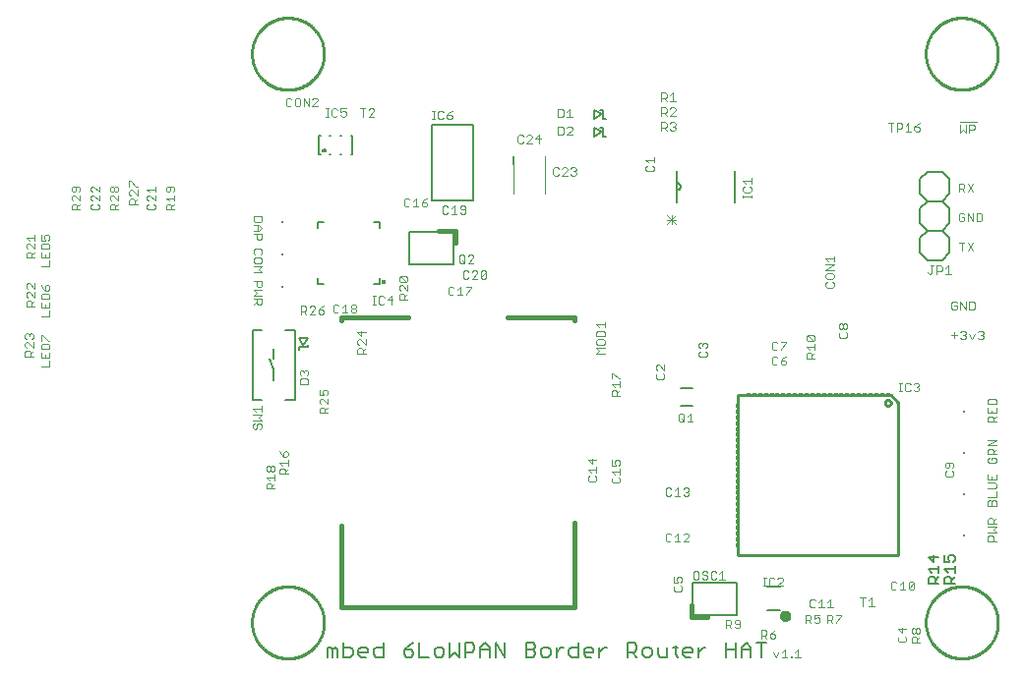
<source format=gto>
G75*
%MOIN*%
%OFA0B0*%
%FSLAX25Y25*%
%IPPOS*%
%LPD*%
%AMOC8*
5,1,8,0,0,1.08239X$1,22.5*
%
%ADD10C,0.00400*%
%ADD11C,0.00800*%
%ADD12C,0.01000*%
%ADD13R,0.00984X0.00984*%
%ADD14C,0.01600*%
%ADD15C,0.00600*%
%ADD16C,0.00300*%
%ADD17C,0.00500*%
%ADD18R,0.01200X0.01000*%
%ADD19R,0.01000X0.01200*%
%ADD20C,0.01761*%
D10*
X0317200Y0118488D02*
X0319068Y0118488D01*
X0318134Y0119422D02*
X0318134Y0117553D01*
X0320147Y0119422D02*
X0320614Y0119889D01*
X0321548Y0119889D01*
X0322015Y0119422D01*
X0322015Y0118955D01*
X0321548Y0118488D01*
X0321081Y0118488D01*
X0321548Y0118488D02*
X0322015Y0118020D01*
X0322015Y0117553D01*
X0321548Y0117086D01*
X0320614Y0117086D01*
X0320147Y0117553D01*
X0323093Y0118955D02*
X0324027Y0117086D01*
X0324961Y0118955D01*
X0326040Y0119422D02*
X0326507Y0119889D01*
X0327441Y0119889D01*
X0327908Y0119422D01*
X0327908Y0118955D01*
X0327441Y0118488D01*
X0326974Y0118488D01*
X0327441Y0118488D02*
X0327908Y0118020D01*
X0327908Y0117553D01*
X0327441Y0117086D01*
X0326507Y0117086D01*
X0326040Y0117553D01*
X0321568Y0159422D02*
X0321101Y0159889D01*
X0320167Y0159889D01*
X0319700Y0159422D01*
X0319700Y0157553D01*
X0320167Y0157086D01*
X0321101Y0157086D01*
X0321568Y0157553D01*
X0321568Y0158488D01*
X0320634Y0158488D01*
X0322647Y0157086D02*
X0322647Y0159889D01*
X0324515Y0157086D01*
X0324515Y0159889D01*
X0325593Y0159889D02*
X0325593Y0157086D01*
X0326994Y0157086D01*
X0327461Y0157553D01*
X0327461Y0159422D01*
X0326994Y0159889D01*
X0325593Y0159889D01*
X0319700Y0167086D02*
X0319700Y0169889D01*
X0321101Y0169889D01*
X0321568Y0169422D01*
X0321568Y0168488D01*
X0321101Y0168020D01*
X0319700Y0168020D01*
X0320634Y0168020D02*
X0321568Y0167086D01*
X0324515Y0167086D02*
X0322647Y0169889D01*
X0324515Y0169889D02*
X0322647Y0167086D01*
X0320634Y0149889D02*
X0320634Y0147086D01*
X0319700Y0149889D02*
X0321568Y0149889D01*
X0322647Y0149889D02*
X0324515Y0147086D01*
X0322647Y0147086D02*
X0324515Y0149889D01*
X0256700Y0010955D02*
X0257634Y0009086D01*
X0258568Y0010955D01*
X0259647Y0010955D02*
X0260581Y0011889D01*
X0260581Y0009086D01*
X0259647Y0009086D02*
X0261515Y0009086D01*
X0262593Y0009086D02*
X0262593Y0009553D01*
X0263060Y0009553D01*
X0263060Y0009086D01*
X0262593Y0009086D01*
X0264066Y0010955D02*
X0265000Y0011889D01*
X0265000Y0009086D01*
X0264066Y0009086D02*
X0265935Y0009086D01*
X0320000Y0190686D02*
X0325893Y0190686D01*
X0320200Y0189889D02*
X0320200Y0187086D01*
X0321134Y0188020D01*
X0322068Y0187086D01*
X0322068Y0189889D01*
X0323147Y0187086D02*
X0323147Y0189889D01*
X0324548Y0189889D01*
X0325015Y0189422D01*
X0325015Y0188488D01*
X0324548Y0188020D01*
X0323147Y0188020D01*
X0319068Y0129422D02*
X0318601Y0129889D01*
X0317667Y0129889D01*
X0317200Y0129422D01*
X0317200Y0127553D01*
X0317667Y0127086D01*
X0318601Y0127086D01*
X0319068Y0127553D01*
X0319068Y0128488D01*
X0318134Y0128488D01*
X0320147Y0127086D02*
X0320147Y0129889D01*
X0322015Y0127086D01*
X0322015Y0129889D01*
X0323093Y0129889D02*
X0323093Y0127086D01*
X0324494Y0127086D01*
X0324961Y0127553D01*
X0324961Y0129422D01*
X0324494Y0129889D01*
X0323093Y0129889D01*
X0080700Y0136686D02*
X0083502Y0136686D01*
X0083502Y0135285D01*
X0083035Y0134818D01*
X0082101Y0134818D01*
X0081634Y0135285D01*
X0081634Y0136686D01*
X0083502Y0133740D02*
X0080700Y0133740D01*
X0081634Y0132806D01*
X0080700Y0131872D01*
X0083502Y0131872D01*
X0080700Y0130793D02*
X0083502Y0130793D01*
X0083502Y0129392D01*
X0083035Y0128925D01*
X0082101Y0128925D01*
X0081634Y0129392D01*
X0081634Y0130793D01*
X0081634Y0129859D02*
X0080700Y0128925D01*
X0083502Y0158686D02*
X0080700Y0158686D01*
X0080700Y0157285D01*
X0081167Y0156818D01*
X0083035Y0156818D01*
X0083502Y0157285D01*
X0083502Y0158686D01*
X0080700Y0155740D02*
X0082568Y0155740D01*
X0083502Y0154806D01*
X0082568Y0153872D01*
X0080700Y0153872D01*
X0082101Y0153872D02*
X0082101Y0155740D01*
X0080700Y0152793D02*
X0083502Y0152793D01*
X0083502Y0151392D01*
X0083035Y0150925D01*
X0082101Y0150925D01*
X0081634Y0151392D01*
X0081634Y0152793D01*
X0083035Y0145818D02*
X0083502Y0146285D01*
X0083502Y0147219D01*
X0083035Y0147686D01*
X0081167Y0147686D01*
X0080700Y0147219D01*
X0080700Y0146285D01*
X0081167Y0145818D01*
X0083502Y0143339D02*
X0083502Y0144273D01*
X0083035Y0144740D01*
X0081167Y0144740D01*
X0080700Y0144273D01*
X0080700Y0143339D01*
X0081167Y0142872D01*
X0083035Y0142872D01*
X0083502Y0143339D01*
X0080700Y0141793D02*
X0083502Y0141793D01*
X0082568Y0140859D01*
X0083502Y0139925D01*
X0080700Y0139925D01*
X0332300Y0048586D02*
X0329498Y0048586D01*
X0329498Y0049988D01*
X0329965Y0050455D01*
X0330899Y0050455D01*
X0331366Y0049988D01*
X0331366Y0048586D01*
X0329498Y0051533D02*
X0332300Y0051533D01*
X0331366Y0052467D01*
X0332300Y0053401D01*
X0329498Y0053401D01*
X0332300Y0054479D02*
X0329498Y0054479D01*
X0329498Y0055881D01*
X0329965Y0056348D01*
X0330899Y0056348D01*
X0331366Y0055881D01*
X0331366Y0054479D01*
X0331366Y0055413D02*
X0332300Y0056348D01*
X0332300Y0089086D02*
X0329498Y0089086D01*
X0329498Y0090488D01*
X0329965Y0090955D01*
X0330899Y0090955D01*
X0331366Y0090488D01*
X0331366Y0089086D01*
X0331366Y0090020D02*
X0332300Y0090955D01*
X0329498Y0093901D02*
X0329498Y0092033D01*
X0332300Y0092033D01*
X0332300Y0093901D01*
X0330899Y0092967D02*
X0330899Y0092033D01*
X0329498Y0094979D02*
X0332300Y0094979D01*
X0332300Y0096381D01*
X0331833Y0096848D01*
X0329965Y0096848D01*
X0329498Y0096381D01*
X0329498Y0094979D01*
X0329965Y0076955D02*
X0329498Y0076488D01*
X0329498Y0075553D01*
X0329965Y0075086D01*
X0331833Y0075086D01*
X0332300Y0075553D01*
X0332300Y0076488D01*
X0331833Y0076955D01*
X0330899Y0076955D01*
X0330899Y0076020D01*
X0332300Y0078033D02*
X0329498Y0078033D01*
X0329498Y0079434D01*
X0329965Y0079901D01*
X0330899Y0079901D01*
X0331366Y0079434D01*
X0331366Y0078033D01*
X0331366Y0078967D02*
X0332300Y0079901D01*
X0332300Y0080979D02*
X0329498Y0080979D01*
X0332300Y0082848D01*
X0329498Y0082848D01*
X0332300Y0060586D02*
X0329498Y0060586D01*
X0329498Y0061988D01*
X0329965Y0062455D01*
X0330432Y0062455D01*
X0330899Y0061988D01*
X0331366Y0062455D01*
X0331833Y0062455D01*
X0332300Y0061988D01*
X0332300Y0060586D01*
X0330899Y0060586D02*
X0330899Y0061988D01*
X0329498Y0063533D02*
X0332300Y0063533D01*
X0332300Y0065401D01*
X0329498Y0066479D02*
X0331833Y0066479D01*
X0332300Y0066946D01*
X0332300Y0067881D01*
X0331833Y0068348D01*
X0329498Y0068348D01*
X0329498Y0071294D02*
X0329498Y0069426D01*
X0332300Y0069426D01*
X0332300Y0071294D01*
X0330899Y0070360D02*
X0330899Y0069426D01*
X0258175Y0110722D02*
X0257708Y0111189D01*
X0256774Y0111189D01*
X0256307Y0110722D01*
X0256307Y0108853D01*
X0256774Y0108386D01*
X0257708Y0108386D01*
X0258175Y0108853D01*
X0261122Y0111189D02*
X0260188Y0110722D01*
X0259253Y0109788D01*
X0259253Y0108853D01*
X0259721Y0108386D01*
X0260655Y0108386D01*
X0261122Y0108853D01*
X0261122Y0109320D01*
X0260655Y0109788D01*
X0259253Y0109788D01*
X0258175Y0115722D02*
X0257708Y0116189D01*
X0256774Y0116189D01*
X0256307Y0115722D01*
X0256307Y0113853D01*
X0256774Y0113386D01*
X0257708Y0113386D01*
X0258175Y0113853D01*
X0259253Y0116189D02*
X0261122Y0116189D01*
X0261122Y0115722D01*
X0259253Y0113853D01*
X0259253Y0113386D01*
X0279465Y0119455D02*
X0278998Y0118988D01*
X0278998Y0118053D01*
X0279465Y0117586D01*
X0281333Y0117586D01*
X0281800Y0118053D01*
X0281800Y0118988D01*
X0281333Y0119455D01*
X0279465Y0120533D02*
X0278998Y0121000D01*
X0278998Y0121934D01*
X0279465Y0122401D01*
X0279932Y0122401D01*
X0280399Y0121934D01*
X0280866Y0122401D01*
X0281333Y0122401D01*
X0281800Y0121934D01*
X0281800Y0121000D01*
X0281333Y0120533D01*
X0280866Y0120533D01*
X0280399Y0121000D01*
X0279932Y0120533D01*
X0279465Y0120533D01*
X0280399Y0121000D02*
X0280399Y0121934D01*
X0315565Y0072355D02*
X0315098Y0071888D01*
X0315098Y0070953D01*
X0315565Y0070486D01*
X0317433Y0070486D01*
X0317900Y0070953D01*
X0317900Y0071888D01*
X0317433Y0072355D01*
X0317433Y0073433D02*
X0317900Y0073900D01*
X0317900Y0074834D01*
X0317433Y0075301D01*
X0315565Y0075301D01*
X0315098Y0074834D01*
X0315098Y0073900D01*
X0315565Y0073433D01*
X0316032Y0073433D01*
X0316499Y0073900D01*
X0316499Y0075301D01*
X0298568Y0034422D02*
X0298101Y0034889D01*
X0297167Y0034889D01*
X0296700Y0034422D01*
X0296700Y0032553D01*
X0297167Y0032086D01*
X0298101Y0032086D01*
X0298568Y0032553D01*
X0299647Y0033955D02*
X0300581Y0034889D01*
X0300581Y0032086D01*
X0299647Y0032086D02*
X0301515Y0032086D01*
X0302593Y0032553D02*
X0302593Y0034422D01*
X0303060Y0034889D01*
X0303994Y0034889D01*
X0304461Y0034422D01*
X0304461Y0032553D01*
X0303994Y0032086D01*
X0303060Y0032086D01*
X0302593Y0032553D01*
X0304461Y0034422D01*
X0271068Y0028422D02*
X0270601Y0028889D01*
X0269667Y0028889D01*
X0269200Y0028422D01*
X0269200Y0026553D01*
X0269667Y0026086D01*
X0270601Y0026086D01*
X0271068Y0026553D01*
X0272147Y0027955D02*
X0273081Y0028889D01*
X0273081Y0026086D01*
X0272147Y0026086D02*
X0274015Y0026086D01*
X0275093Y0027955D02*
X0276027Y0028889D01*
X0276027Y0026086D01*
X0275093Y0026086D02*
X0276961Y0026086D01*
X0222229Y0050722D02*
X0221762Y0051189D01*
X0220828Y0051189D01*
X0220360Y0050722D01*
X0220360Y0048853D01*
X0220828Y0048386D01*
X0221762Y0048386D01*
X0222229Y0048853D01*
X0223307Y0050255D02*
X0224241Y0051189D01*
X0224241Y0048386D01*
X0223307Y0048386D02*
X0225175Y0048386D01*
X0228122Y0048386D02*
X0226253Y0048386D01*
X0228122Y0050255D01*
X0228122Y0050722D01*
X0227655Y0051189D01*
X0226721Y0051189D01*
X0226253Y0050722D01*
X0231965Y0112955D02*
X0231498Y0112488D01*
X0231498Y0111553D01*
X0231965Y0111086D01*
X0233833Y0111086D01*
X0234300Y0111553D01*
X0234300Y0112488D01*
X0233833Y0112955D01*
X0231965Y0114033D02*
X0231498Y0114500D01*
X0231498Y0115434D01*
X0231965Y0115901D01*
X0232432Y0115901D01*
X0232899Y0115434D01*
X0232899Y0114967D01*
X0232899Y0115434D02*
X0233366Y0115901D01*
X0233833Y0115901D01*
X0234300Y0115434D01*
X0234300Y0114500D01*
X0233833Y0114033D01*
X0217465Y0105455D02*
X0216998Y0104988D01*
X0216998Y0104053D01*
X0217465Y0103586D01*
X0219333Y0103586D01*
X0219800Y0104053D01*
X0219800Y0104988D01*
X0219333Y0105455D01*
X0219800Y0108401D02*
X0219800Y0106533D01*
X0217932Y0108401D01*
X0217465Y0108401D01*
X0216998Y0107934D01*
X0216998Y0107000D01*
X0217465Y0106533D01*
X0222229Y0066222D02*
X0221762Y0066689D01*
X0220828Y0066689D01*
X0220360Y0066222D01*
X0220360Y0064353D01*
X0220828Y0063886D01*
X0221762Y0063886D01*
X0222229Y0064353D01*
X0223307Y0065755D02*
X0224241Y0066689D01*
X0224241Y0063886D01*
X0223307Y0063886D02*
X0225175Y0063886D01*
X0226253Y0066222D02*
X0226721Y0066689D01*
X0227655Y0066689D01*
X0228122Y0066222D01*
X0228122Y0065755D01*
X0227655Y0065288D01*
X0227188Y0065288D01*
X0227655Y0065288D02*
X0228122Y0064820D01*
X0228122Y0064353D01*
X0227655Y0063886D01*
X0226721Y0063886D01*
X0226253Y0064353D01*
X0224700Y0089553D02*
X0224700Y0091422D01*
X0225167Y0091889D01*
X0226101Y0091889D01*
X0226568Y0091422D01*
X0226568Y0089553D01*
X0226101Y0089086D01*
X0225167Y0089086D01*
X0224700Y0089553D01*
X0225634Y0090020D02*
X0226568Y0089086D01*
X0227647Y0090955D02*
X0228581Y0091889D01*
X0228581Y0089086D01*
X0227647Y0089086D02*
X0229515Y0089086D01*
X0199674Y0112204D02*
X0196872Y0112204D01*
X0197806Y0113139D01*
X0196872Y0114073D01*
X0199674Y0114073D01*
X0196872Y0116552D02*
X0196872Y0115618D01*
X0197339Y0115151D01*
X0199207Y0115151D01*
X0199674Y0115618D01*
X0199674Y0116552D01*
X0199207Y0117019D01*
X0197339Y0117019D01*
X0196872Y0116552D01*
X0196872Y0118097D02*
X0199674Y0118097D01*
X0199674Y0119499D01*
X0199207Y0119966D01*
X0197339Y0119966D01*
X0196872Y0119499D01*
X0196872Y0118097D01*
X0197806Y0121044D02*
X0196872Y0121978D01*
X0199674Y0121978D01*
X0199674Y0121044D02*
X0199674Y0122912D01*
X0194465Y0070703D02*
X0193998Y0070236D01*
X0193998Y0069301D01*
X0194465Y0068834D01*
X0196333Y0068834D01*
X0196800Y0069301D01*
X0196800Y0070236D01*
X0196333Y0070703D01*
X0194932Y0071781D02*
X0193998Y0072715D01*
X0196800Y0072715D01*
X0196800Y0071781D02*
X0196800Y0073649D01*
X0196800Y0076129D02*
X0193998Y0076129D01*
X0195399Y0074727D01*
X0195399Y0076596D01*
X0202465Y0070203D02*
X0201998Y0069736D01*
X0201998Y0068801D01*
X0202465Y0068334D01*
X0204333Y0068334D01*
X0204800Y0068801D01*
X0204800Y0069736D01*
X0204333Y0070203D01*
X0202932Y0071281D02*
X0201998Y0072215D01*
X0204800Y0072215D01*
X0204800Y0071281D02*
X0204800Y0073149D01*
X0201998Y0076096D02*
X0201998Y0074227D01*
X0203399Y0074227D01*
X0202932Y0075162D01*
X0202932Y0075629D01*
X0203399Y0076096D01*
X0204333Y0076096D01*
X0204800Y0075629D01*
X0204800Y0074694D01*
X0204333Y0074227D01*
X0092300Y0071334D02*
X0089498Y0071334D01*
X0089498Y0072736D01*
X0089965Y0073203D01*
X0090899Y0073203D01*
X0091366Y0072736D01*
X0091366Y0071334D01*
X0091366Y0072268D02*
X0092300Y0073203D01*
X0090432Y0074281D02*
X0089498Y0075215D01*
X0092300Y0075215D01*
X0092300Y0074281D02*
X0092300Y0076149D01*
X0089498Y0079096D02*
X0089965Y0078162D01*
X0090899Y0077227D01*
X0091833Y0077227D01*
X0092300Y0077694D01*
X0092300Y0078629D01*
X0091833Y0079096D01*
X0091366Y0079096D01*
X0090899Y0078629D01*
X0090899Y0077227D01*
X0204800Y0097834D02*
X0201998Y0097834D01*
X0201998Y0099236D01*
X0202465Y0099703D01*
X0203399Y0099703D01*
X0203866Y0099236D01*
X0203866Y0097834D01*
X0203866Y0098768D02*
X0204800Y0099703D01*
X0202932Y0100781D02*
X0201998Y0101715D01*
X0204800Y0101715D01*
X0204800Y0100781D02*
X0204800Y0102649D01*
X0201998Y0103727D02*
X0201998Y0105596D01*
X0202465Y0105596D01*
X0204333Y0103727D01*
X0204800Y0103727D01*
X0087800Y0066334D02*
X0084998Y0066334D01*
X0084998Y0067736D01*
X0085465Y0068203D01*
X0086399Y0068203D01*
X0086866Y0067736D01*
X0086866Y0066334D01*
X0086866Y0067268D02*
X0087800Y0068203D01*
X0085932Y0069281D02*
X0084998Y0070215D01*
X0087800Y0070215D01*
X0087800Y0069281D02*
X0087800Y0071149D01*
X0085465Y0072227D02*
X0084998Y0072694D01*
X0084998Y0073629D01*
X0085465Y0074096D01*
X0085932Y0074096D01*
X0086399Y0073629D01*
X0086866Y0074096D01*
X0087333Y0074096D01*
X0087800Y0073629D01*
X0087800Y0072694D01*
X0087333Y0072227D01*
X0086866Y0072227D01*
X0086399Y0072694D01*
X0085932Y0072227D01*
X0085465Y0072227D01*
X0086399Y0072694D02*
X0086399Y0073629D01*
X0249300Y0164986D02*
X0249300Y0165920D01*
X0249300Y0165453D02*
X0246498Y0165453D01*
X0246498Y0164986D02*
X0246498Y0165920D01*
X0246965Y0168819D02*
X0246498Y0168352D01*
X0246498Y0167418D01*
X0246965Y0166951D01*
X0248833Y0166951D01*
X0249300Y0167418D01*
X0249300Y0168352D01*
X0248833Y0168819D01*
X0247432Y0169897D02*
X0246498Y0170831D01*
X0249300Y0170831D01*
X0249300Y0169897D02*
X0249300Y0171765D01*
X0218807Y0197886D02*
X0218807Y0200689D01*
X0220208Y0200689D01*
X0220675Y0200222D01*
X0220675Y0199288D01*
X0220208Y0198820D01*
X0218807Y0198820D01*
X0219741Y0198820D02*
X0220675Y0197886D01*
X0221753Y0199755D02*
X0222688Y0200689D01*
X0222688Y0197886D01*
X0223622Y0197886D02*
X0221753Y0197886D01*
X0218807Y0192886D02*
X0218807Y0195689D01*
X0220208Y0195689D01*
X0220675Y0195222D01*
X0220675Y0194288D01*
X0220208Y0193820D01*
X0218807Y0193820D01*
X0219741Y0193820D02*
X0220675Y0192886D01*
X0223622Y0192886D02*
X0221753Y0192886D01*
X0223622Y0194755D01*
X0223622Y0195222D01*
X0223155Y0195689D01*
X0222221Y0195689D01*
X0221753Y0195222D01*
X0218807Y0187886D02*
X0218807Y0190689D01*
X0220208Y0190689D01*
X0220675Y0190222D01*
X0220675Y0189288D01*
X0220208Y0188820D01*
X0218807Y0188820D01*
X0219741Y0188820D02*
X0220675Y0187886D01*
X0221753Y0190222D02*
X0222221Y0190689D01*
X0223155Y0190689D01*
X0223622Y0190222D01*
X0223622Y0189755D01*
X0223155Y0189288D01*
X0222688Y0189288D01*
X0223155Y0189288D02*
X0223622Y0188820D01*
X0223622Y0188353D01*
X0223155Y0187886D01*
X0222221Y0187886D01*
X0221753Y0188353D01*
X0213965Y0175955D02*
X0213498Y0175488D01*
X0213498Y0174553D01*
X0213965Y0174086D01*
X0215833Y0174086D01*
X0216300Y0174553D01*
X0216300Y0175488D01*
X0215833Y0175955D01*
X0214432Y0177033D02*
X0213498Y0177967D01*
X0216300Y0177967D01*
X0216300Y0177033D02*
X0216300Y0178901D01*
X0270800Y0110586D02*
X0267998Y0110586D01*
X0267998Y0111988D01*
X0268465Y0112455D01*
X0269399Y0112455D01*
X0269866Y0111988D01*
X0269866Y0110586D01*
X0269866Y0111520D02*
X0270800Y0112455D01*
X0268932Y0113533D02*
X0267998Y0114467D01*
X0270800Y0114467D01*
X0270800Y0113533D02*
X0270800Y0115401D01*
X0270333Y0116479D02*
X0268465Y0116479D01*
X0267998Y0116946D01*
X0267998Y0117881D01*
X0268465Y0118348D01*
X0270333Y0118348D01*
X0270800Y0117881D01*
X0270800Y0116946D01*
X0270333Y0116479D01*
X0268465Y0118348D01*
X0287134Y0029389D02*
X0287134Y0026586D01*
X0286200Y0029389D02*
X0288068Y0029389D01*
X0289147Y0028455D02*
X0290081Y0029389D01*
X0290081Y0026586D01*
X0289147Y0026586D02*
X0291015Y0026586D01*
X0267700Y0020786D02*
X0267700Y0023589D01*
X0269101Y0023589D01*
X0269568Y0023122D01*
X0269568Y0022188D01*
X0269101Y0021720D01*
X0267700Y0021720D01*
X0268634Y0021720D02*
X0269568Y0020786D01*
X0272515Y0023589D02*
X0270647Y0023589D01*
X0270647Y0022188D01*
X0271581Y0022655D01*
X0272048Y0022655D01*
X0272515Y0022188D01*
X0272515Y0021253D01*
X0272048Y0020786D01*
X0271114Y0020786D01*
X0270647Y0021253D01*
X0275000Y0020786D02*
X0275000Y0023589D01*
X0276401Y0023589D01*
X0276868Y0023122D01*
X0276868Y0022188D01*
X0276401Y0021720D01*
X0275000Y0021720D01*
X0275934Y0021720D02*
X0276868Y0020786D01*
X0277947Y0023589D02*
X0279815Y0023589D01*
X0279815Y0023122D01*
X0277947Y0021253D01*
X0277947Y0020786D01*
X0231101Y0038389D02*
X0230167Y0038389D01*
X0229700Y0037922D01*
X0229700Y0036053D01*
X0230167Y0035586D01*
X0231101Y0035586D01*
X0231568Y0036053D01*
X0231568Y0037922D01*
X0231101Y0038389D01*
X0234515Y0037922D02*
X0234048Y0038389D01*
X0233114Y0038389D01*
X0232647Y0037922D01*
X0232647Y0037455D01*
X0233114Y0036988D01*
X0234048Y0036988D01*
X0234515Y0036520D01*
X0234515Y0036053D01*
X0234048Y0035586D01*
X0233114Y0035586D01*
X0232647Y0036053D01*
X0237461Y0037922D02*
X0236994Y0038389D01*
X0236060Y0038389D01*
X0235593Y0037922D01*
X0235593Y0036053D01*
X0236060Y0035586D01*
X0236994Y0035586D01*
X0237461Y0036053D01*
X0238540Y0037455D02*
X0239474Y0038389D01*
X0239474Y0035586D01*
X0238540Y0035586D02*
X0240408Y0035586D01*
X0296634Y0187586D02*
X0296634Y0190389D01*
X0295700Y0190389D02*
X0297568Y0190389D01*
X0298647Y0187586D02*
X0298647Y0190389D01*
X0300048Y0190389D01*
X0300515Y0189922D01*
X0300515Y0188988D01*
X0300048Y0188520D01*
X0298647Y0188520D01*
X0301593Y0189455D02*
X0302527Y0190389D01*
X0302527Y0187586D01*
X0301593Y0187586D02*
X0303461Y0187586D01*
X0306408Y0190389D02*
X0305474Y0189922D01*
X0304540Y0188988D01*
X0304540Y0188053D01*
X0305007Y0187586D01*
X0305941Y0187586D01*
X0306408Y0188053D01*
X0306408Y0188520D01*
X0305941Y0188988D01*
X0304540Y0188988D01*
X0300339Y0099460D02*
X0299405Y0099460D01*
X0299872Y0099460D02*
X0299872Y0102263D01*
X0299405Y0102263D02*
X0300339Y0102263D01*
X0303237Y0101796D02*
X0302770Y0102263D01*
X0301836Y0102263D01*
X0301369Y0101796D01*
X0301369Y0099927D01*
X0301836Y0099460D01*
X0302770Y0099460D01*
X0303237Y0099927D01*
X0304316Y0101796D02*
X0304783Y0102263D01*
X0305717Y0102263D01*
X0306184Y0101796D01*
X0306184Y0101329D01*
X0305717Y0100862D01*
X0305250Y0100862D01*
X0305717Y0100862D02*
X0306184Y0100394D01*
X0306184Y0099927D01*
X0305717Y0099460D01*
X0304783Y0099460D01*
X0304316Y0099927D01*
X0306400Y0014286D02*
X0303598Y0014286D01*
X0303598Y0015688D01*
X0304065Y0016155D01*
X0304999Y0016155D01*
X0305466Y0015688D01*
X0305466Y0014286D01*
X0305466Y0015220D02*
X0306400Y0016155D01*
X0304065Y0017233D02*
X0303598Y0017700D01*
X0303598Y0018634D01*
X0304065Y0019101D01*
X0304532Y0019101D01*
X0304999Y0018634D01*
X0305466Y0019101D01*
X0305933Y0019101D01*
X0306400Y0018634D01*
X0306400Y0017700D01*
X0305933Y0017233D01*
X0305466Y0017233D01*
X0304999Y0017700D01*
X0304532Y0017233D01*
X0304065Y0017233D01*
X0304999Y0017700D02*
X0304999Y0018634D01*
X0299565Y0016255D02*
X0299098Y0015788D01*
X0299098Y0014853D01*
X0299565Y0014386D01*
X0301433Y0014386D01*
X0301900Y0014853D01*
X0301900Y0015788D01*
X0301433Y0016255D01*
X0301900Y0018734D02*
X0299098Y0018734D01*
X0300499Y0017333D01*
X0300499Y0019201D01*
X0223465Y0033455D02*
X0222998Y0032988D01*
X0222998Y0032053D01*
X0223465Y0031586D01*
X0225333Y0031586D01*
X0225800Y0032053D01*
X0225800Y0032988D01*
X0225333Y0033455D01*
X0222998Y0036401D02*
X0222998Y0034533D01*
X0224399Y0034533D01*
X0223932Y0035467D01*
X0223932Y0035934D01*
X0224399Y0036401D01*
X0225333Y0036401D01*
X0225800Y0035934D01*
X0225800Y0035000D01*
X0225333Y0034533D01*
X0309160Y0139653D02*
X0309628Y0139186D01*
X0310095Y0139186D01*
X0310562Y0139653D01*
X0310562Y0141989D01*
X0310095Y0141989D02*
X0311029Y0141989D01*
X0312107Y0139186D02*
X0312107Y0141989D01*
X0313508Y0141989D01*
X0313975Y0141522D01*
X0313975Y0140588D01*
X0313508Y0140120D01*
X0312107Y0140120D01*
X0315053Y0141055D02*
X0315988Y0141989D01*
X0315988Y0139186D01*
X0316922Y0139186D02*
X0315053Y0139186D01*
X0132800Y0130586D02*
X0129998Y0130586D01*
X0129998Y0131988D01*
X0130465Y0132455D01*
X0131399Y0132455D01*
X0131866Y0131988D01*
X0131866Y0130586D01*
X0131866Y0131520D02*
X0132800Y0132455D01*
X0132800Y0135401D02*
X0132800Y0133533D01*
X0130932Y0135401D01*
X0130465Y0135401D01*
X0129998Y0134934D01*
X0129998Y0134000D01*
X0130465Y0133533D01*
X0132333Y0136479D02*
X0130465Y0136479D01*
X0129998Y0136946D01*
X0129998Y0137881D01*
X0130465Y0138348D01*
X0132333Y0138348D01*
X0132800Y0137881D01*
X0132800Y0136946D01*
X0132333Y0136479D01*
X0130465Y0138348D01*
X0148568Y0134422D02*
X0148101Y0134889D01*
X0147167Y0134889D01*
X0146700Y0134422D01*
X0146700Y0132553D01*
X0147167Y0132086D01*
X0148101Y0132086D01*
X0148568Y0132553D01*
X0149647Y0133955D02*
X0150581Y0134889D01*
X0150581Y0132086D01*
X0149647Y0132086D02*
X0151515Y0132086D01*
X0152593Y0134889D02*
X0154461Y0134889D01*
X0154461Y0134422D01*
X0152593Y0132553D01*
X0152593Y0132086D01*
X0053800Y0161086D02*
X0050998Y0161086D01*
X0050998Y0162488D01*
X0051465Y0162955D01*
X0052399Y0162955D01*
X0052866Y0162488D01*
X0052866Y0161086D01*
X0052866Y0162020D02*
X0053800Y0162955D01*
X0051932Y0164033D02*
X0050998Y0164967D01*
X0053800Y0164967D01*
X0053800Y0164033D02*
X0053800Y0165901D01*
X0053333Y0166979D02*
X0053800Y0167446D01*
X0053800Y0168381D01*
X0053333Y0168848D01*
X0051465Y0168848D01*
X0050998Y0168381D01*
X0050998Y0167446D01*
X0051465Y0166979D01*
X0051932Y0166979D01*
X0052399Y0167446D01*
X0052399Y0168848D01*
X0121095Y0128918D02*
X0122029Y0128918D01*
X0121562Y0128918D02*
X0121562Y0131720D01*
X0121095Y0131720D02*
X0122029Y0131720D01*
X0124927Y0131253D02*
X0124460Y0131720D01*
X0123526Y0131720D01*
X0123059Y0131253D01*
X0123059Y0129385D01*
X0123526Y0128918D01*
X0124460Y0128918D01*
X0124927Y0129385D01*
X0127407Y0128918D02*
X0127407Y0131720D01*
X0126005Y0130319D01*
X0127874Y0130319D01*
X0150307Y0143353D02*
X0150307Y0145222D01*
X0150774Y0145689D01*
X0151708Y0145689D01*
X0152175Y0145222D01*
X0152175Y0143353D01*
X0151708Y0142886D01*
X0150774Y0142886D01*
X0150307Y0143353D01*
X0151241Y0143820D02*
X0152175Y0142886D01*
X0155122Y0142886D02*
X0153253Y0142886D01*
X0155122Y0144755D01*
X0155122Y0145222D01*
X0154655Y0145689D01*
X0153721Y0145689D01*
X0153253Y0145222D01*
X0146568Y0161922D02*
X0146101Y0162389D01*
X0145167Y0162389D01*
X0144700Y0161922D01*
X0144700Y0160053D01*
X0145167Y0159586D01*
X0146101Y0159586D01*
X0146568Y0160053D01*
X0147647Y0161455D02*
X0148581Y0162389D01*
X0148581Y0159586D01*
X0147647Y0159586D02*
X0149515Y0159586D01*
X0150593Y0160053D02*
X0151060Y0159586D01*
X0151994Y0159586D01*
X0152461Y0160053D01*
X0152461Y0161922D01*
X0151994Y0162389D01*
X0151060Y0162389D01*
X0150593Y0161922D01*
X0150593Y0161455D01*
X0151060Y0160988D01*
X0152461Y0160988D01*
X0153568Y0139922D02*
X0153101Y0140389D01*
X0152167Y0140389D01*
X0151700Y0139922D01*
X0151700Y0138053D01*
X0152167Y0137586D01*
X0153101Y0137586D01*
X0153568Y0138053D01*
X0156515Y0137586D02*
X0154647Y0137586D01*
X0156515Y0139455D01*
X0156515Y0139922D01*
X0156048Y0140389D01*
X0155114Y0140389D01*
X0154647Y0139922D01*
X0157593Y0138053D02*
X0157593Y0139922D01*
X0158060Y0140389D01*
X0158994Y0140389D01*
X0159461Y0139922D01*
X0159461Y0138053D01*
X0158994Y0137586D01*
X0158060Y0137586D01*
X0157593Y0138053D01*
X0159461Y0139922D01*
X0034800Y0161086D02*
X0031998Y0161086D01*
X0031998Y0162488D01*
X0032465Y0162955D01*
X0033399Y0162955D01*
X0033866Y0162488D01*
X0033866Y0161086D01*
X0033866Y0162020D02*
X0034800Y0162955D01*
X0034800Y0165901D02*
X0034800Y0164033D01*
X0032932Y0165901D01*
X0032465Y0165901D01*
X0031998Y0165434D01*
X0031998Y0164500D01*
X0032465Y0164033D01*
X0032465Y0166979D02*
X0031998Y0167446D01*
X0031998Y0168381D01*
X0032465Y0168848D01*
X0032932Y0168848D01*
X0033399Y0168381D01*
X0033866Y0168848D01*
X0034333Y0168848D01*
X0034800Y0168381D01*
X0034800Y0167446D01*
X0034333Y0166979D01*
X0033866Y0166979D01*
X0033399Y0167446D01*
X0032932Y0166979D01*
X0032465Y0166979D01*
X0033399Y0167446D02*
X0033399Y0168381D01*
X0021800Y0161086D02*
X0018998Y0161086D01*
X0018998Y0162488D01*
X0019465Y0162955D01*
X0020399Y0162955D01*
X0020866Y0162488D01*
X0020866Y0161086D01*
X0020866Y0162020D02*
X0021800Y0162955D01*
X0021800Y0165901D02*
X0021800Y0164033D01*
X0019932Y0165901D01*
X0019465Y0165901D01*
X0018998Y0165434D01*
X0018998Y0164500D01*
X0019465Y0164033D01*
X0021333Y0166979D02*
X0021800Y0167446D01*
X0021800Y0168381D01*
X0021333Y0168848D01*
X0019465Y0168848D01*
X0018998Y0168381D01*
X0018998Y0167446D01*
X0019465Y0166979D01*
X0019932Y0166979D01*
X0020399Y0167446D01*
X0020399Y0168848D01*
X0025965Y0162955D02*
X0025498Y0162488D01*
X0025498Y0161553D01*
X0025965Y0161086D01*
X0027833Y0161086D01*
X0028300Y0161553D01*
X0028300Y0162488D01*
X0027833Y0162955D01*
X0028300Y0165901D02*
X0028300Y0164033D01*
X0026432Y0165901D01*
X0025965Y0165901D01*
X0025498Y0165434D01*
X0025498Y0164500D01*
X0025965Y0164033D01*
X0028300Y0168848D02*
X0028300Y0166979D01*
X0026432Y0168848D01*
X0025965Y0168848D01*
X0025498Y0168381D01*
X0025498Y0167446D01*
X0025965Y0166979D01*
X0044965Y0162955D02*
X0044498Y0162488D01*
X0044498Y0161553D01*
X0044965Y0161086D01*
X0046833Y0161086D01*
X0047300Y0161553D01*
X0047300Y0162488D01*
X0046833Y0162955D01*
X0047300Y0165901D02*
X0047300Y0164033D01*
X0045432Y0165901D01*
X0044965Y0165901D01*
X0044498Y0165434D01*
X0044498Y0164500D01*
X0044965Y0164033D01*
X0045432Y0166979D02*
X0044498Y0167913D01*
X0047300Y0167913D01*
X0047300Y0166979D02*
X0047300Y0168848D01*
X0117634Y0192586D02*
X0117634Y0195389D01*
X0116700Y0195389D02*
X0118568Y0195389D01*
X0121515Y0192586D02*
X0119647Y0192586D01*
X0121515Y0194455D01*
X0121515Y0194922D01*
X0121048Y0195389D01*
X0120114Y0195389D01*
X0119647Y0194922D01*
X0041300Y0162886D02*
X0038498Y0162886D01*
X0038498Y0164288D01*
X0038965Y0164755D01*
X0039899Y0164755D01*
X0040366Y0164288D01*
X0040366Y0162886D01*
X0040366Y0163820D02*
X0041300Y0164755D01*
X0041300Y0167701D02*
X0041300Y0165833D01*
X0039432Y0167701D01*
X0038965Y0167701D01*
X0038498Y0167234D01*
X0038498Y0166300D01*
X0038965Y0165833D01*
X0038498Y0168779D02*
X0038498Y0170648D01*
X0038965Y0170648D01*
X0040833Y0168779D01*
X0041300Y0168779D01*
X0133568Y0164422D02*
X0133101Y0164889D01*
X0132167Y0164889D01*
X0131700Y0164422D01*
X0131700Y0162553D01*
X0132167Y0162086D01*
X0133101Y0162086D01*
X0133568Y0162553D01*
X0134647Y0163955D02*
X0135581Y0164889D01*
X0135581Y0162086D01*
X0134647Y0162086D02*
X0136515Y0162086D01*
X0139461Y0164889D02*
X0138527Y0164422D01*
X0137593Y0163488D01*
X0137593Y0162553D01*
X0138060Y0162086D01*
X0138994Y0162086D01*
X0139461Y0162553D01*
X0139461Y0163020D01*
X0138994Y0163488D01*
X0137593Y0163488D01*
X0109568Y0128422D02*
X0109101Y0128889D01*
X0108167Y0128889D01*
X0107700Y0128422D01*
X0107700Y0126553D01*
X0108167Y0126086D01*
X0109101Y0126086D01*
X0109568Y0126553D01*
X0110647Y0127955D02*
X0111581Y0128889D01*
X0111581Y0126086D01*
X0110647Y0126086D02*
X0112515Y0126086D01*
X0113593Y0128422D02*
X0114060Y0128889D01*
X0114994Y0128889D01*
X0115461Y0128422D01*
X0115461Y0127955D01*
X0114994Y0127488D01*
X0115461Y0127020D01*
X0115461Y0126553D01*
X0114994Y0126086D01*
X0114060Y0126086D01*
X0113593Y0126553D01*
X0113593Y0127020D01*
X0114060Y0127488D01*
X0113593Y0127955D01*
X0113593Y0128422D01*
X0114060Y0127488D02*
X0114994Y0127488D01*
X0184068Y0174922D02*
X0183601Y0175389D01*
X0182667Y0175389D01*
X0182200Y0174922D01*
X0182200Y0173053D01*
X0182667Y0172586D01*
X0183601Y0172586D01*
X0184068Y0173053D01*
X0187015Y0172586D02*
X0185147Y0172586D01*
X0187015Y0174455D01*
X0187015Y0174922D01*
X0186548Y0175389D01*
X0185614Y0175389D01*
X0185147Y0174922D01*
X0188093Y0174922D02*
X0188560Y0175389D01*
X0189494Y0175389D01*
X0189961Y0174922D01*
X0189961Y0174455D01*
X0189494Y0173988D01*
X0189027Y0173988D01*
X0189494Y0173988D02*
X0189961Y0173520D01*
X0189961Y0173053D01*
X0189494Y0172586D01*
X0188560Y0172586D01*
X0188093Y0173053D01*
X0179315Y0179186D02*
X0179315Y0166587D01*
X0168685Y0166587D02*
X0168685Y0179186D01*
X0179515Y0179186D02*
X0179515Y0176587D01*
X0168515Y0176587D02*
X0168515Y0179186D01*
X0172068Y0185922D02*
X0171601Y0186389D01*
X0170667Y0186389D01*
X0170200Y0185922D01*
X0170200Y0184053D01*
X0170667Y0183586D01*
X0171601Y0183586D01*
X0172068Y0184053D01*
X0175015Y0183586D02*
X0173147Y0183586D01*
X0175015Y0185455D01*
X0175015Y0185922D01*
X0174548Y0186389D01*
X0173614Y0186389D01*
X0173147Y0185922D01*
X0177494Y0183586D02*
X0177494Y0186389D01*
X0176093Y0184988D01*
X0177961Y0184988D01*
X0093568Y0198500D02*
X0093101Y0198967D01*
X0092167Y0198967D01*
X0091700Y0198500D01*
X0091700Y0196632D01*
X0092167Y0196165D01*
X0093101Y0196165D01*
X0093568Y0196632D01*
X0096048Y0198967D02*
X0095114Y0198967D01*
X0094647Y0198500D01*
X0094647Y0196632D01*
X0095114Y0196165D01*
X0096048Y0196165D01*
X0096515Y0196632D01*
X0096515Y0198500D01*
X0096048Y0198967D01*
X0097593Y0196165D02*
X0097593Y0198967D01*
X0099461Y0196165D01*
X0099461Y0198967D01*
X0102408Y0196165D02*
X0100540Y0196165D01*
X0102408Y0198033D01*
X0102408Y0198500D01*
X0101941Y0198967D01*
X0101007Y0198967D01*
X0100540Y0198500D01*
X0141200Y0191786D02*
X0142134Y0191786D01*
X0141667Y0191786D02*
X0141667Y0194589D01*
X0141200Y0194589D02*
X0142134Y0194589D01*
X0145033Y0194122D02*
X0144566Y0194589D01*
X0143631Y0194589D01*
X0143164Y0194122D01*
X0143164Y0192253D01*
X0143631Y0191786D01*
X0144566Y0191786D01*
X0145033Y0192253D01*
X0147979Y0194589D02*
X0147045Y0194122D01*
X0146111Y0193188D01*
X0146111Y0192253D01*
X0146578Y0191786D01*
X0147512Y0191786D01*
X0147979Y0192253D01*
X0147979Y0192720D01*
X0147512Y0193188D01*
X0146111Y0193188D01*
X0008698Y0124800D02*
X0011500Y0124800D01*
X0011500Y0126669D01*
X0008698Y0129615D02*
X0008698Y0127747D01*
X0011500Y0127747D01*
X0011500Y0129615D01*
X0010099Y0128681D02*
X0010099Y0127747D01*
X0008698Y0130693D02*
X0011500Y0130693D01*
X0011500Y0132094D01*
X0011033Y0132562D01*
X0009165Y0132562D01*
X0008698Y0132094D01*
X0008698Y0130693D01*
X0008698Y0135508D02*
X0009165Y0134574D01*
X0010099Y0133640D01*
X0011033Y0133640D01*
X0011500Y0134107D01*
X0011500Y0135041D01*
X0011033Y0135508D01*
X0010566Y0135508D01*
X0010099Y0135041D01*
X0010099Y0133640D01*
X0008698Y0107800D02*
X0011500Y0107800D01*
X0011500Y0109669D01*
X0008698Y0112615D02*
X0008698Y0110747D01*
X0011500Y0110747D01*
X0011500Y0112615D01*
X0010099Y0111681D02*
X0010099Y0110747D01*
X0008698Y0113693D02*
X0011500Y0113693D01*
X0011500Y0115094D01*
X0011033Y0115562D01*
X0009165Y0115562D01*
X0008698Y0115094D01*
X0008698Y0113693D01*
X0008698Y0116640D02*
X0008698Y0118508D01*
X0009165Y0118508D01*
X0011033Y0116640D01*
X0011500Y0116640D01*
X0008698Y0141800D02*
X0011500Y0141800D01*
X0011500Y0143669D01*
X0008698Y0146615D02*
X0008698Y0144747D01*
X0011500Y0144747D01*
X0011500Y0146615D01*
X0010099Y0145681D02*
X0010099Y0144747D01*
X0008698Y0147693D02*
X0011500Y0147693D01*
X0011500Y0149094D01*
X0011033Y0149562D01*
X0009165Y0149562D01*
X0008698Y0149094D01*
X0008698Y0147693D01*
X0008698Y0152508D02*
X0008698Y0150640D01*
X0010099Y0150640D01*
X0009632Y0151574D01*
X0009632Y0152041D01*
X0010099Y0152508D01*
X0011033Y0152508D01*
X0011500Y0152041D01*
X0011500Y0151107D01*
X0011033Y0150640D01*
X0006500Y0128247D02*
X0003698Y0128247D01*
X0003698Y0129648D01*
X0004165Y0130115D01*
X0005099Y0130115D01*
X0005566Y0129648D01*
X0005566Y0128247D01*
X0005566Y0129181D02*
X0006500Y0130115D01*
X0006500Y0133062D02*
X0006500Y0131193D01*
X0004632Y0133062D01*
X0004165Y0133062D01*
X0003698Y0132594D01*
X0003698Y0131660D01*
X0004165Y0131193D01*
X0006500Y0136008D02*
X0006500Y0134140D01*
X0004632Y0136008D01*
X0004165Y0136008D01*
X0003698Y0135541D01*
X0003698Y0134607D01*
X0004165Y0134140D01*
X0006000Y0111247D02*
X0003198Y0111247D01*
X0003198Y0112648D01*
X0003665Y0113115D01*
X0004599Y0113115D01*
X0005066Y0112648D01*
X0005066Y0111247D01*
X0005066Y0112181D02*
X0006000Y0113115D01*
X0006000Y0116062D02*
X0006000Y0114193D01*
X0004132Y0116062D01*
X0003665Y0116062D01*
X0003198Y0115594D01*
X0003198Y0114660D01*
X0003665Y0114193D01*
X0003665Y0117140D02*
X0003198Y0117607D01*
X0003198Y0118541D01*
X0003665Y0119008D01*
X0004132Y0119008D01*
X0004599Y0118541D01*
X0004599Y0118074D01*
X0004599Y0118541D02*
X0005066Y0119008D01*
X0005533Y0119008D01*
X0006000Y0118541D01*
X0006000Y0117607D01*
X0005533Y0117140D01*
X0006500Y0144747D02*
X0003698Y0144747D01*
X0003698Y0146148D01*
X0004165Y0146615D01*
X0005099Y0146615D01*
X0005566Y0146148D01*
X0005566Y0144747D01*
X0005566Y0145681D02*
X0006500Y0146615D01*
X0006500Y0149562D02*
X0006500Y0147693D01*
X0004632Y0149562D01*
X0004165Y0149562D01*
X0003698Y0149094D01*
X0003698Y0148160D01*
X0004165Y0147693D01*
X0004632Y0150640D02*
X0003698Y0151574D01*
X0006500Y0151574D01*
X0006500Y0150640D02*
X0006500Y0152508D01*
X0080965Y0088455D02*
X0080498Y0087988D01*
X0080498Y0087053D01*
X0080965Y0086586D01*
X0081432Y0086586D01*
X0081899Y0087053D01*
X0081899Y0087988D01*
X0082366Y0088455D01*
X0082833Y0088455D01*
X0083300Y0087988D01*
X0083300Y0087053D01*
X0082833Y0086586D01*
X0080498Y0089533D02*
X0083300Y0089533D01*
X0082366Y0090467D01*
X0083300Y0091401D01*
X0080498Y0091401D01*
X0081432Y0092479D02*
X0080498Y0093413D01*
X0083300Y0093413D01*
X0083300Y0092479D02*
X0083300Y0094348D01*
X0105200Y0192586D02*
X0106134Y0192586D01*
X0105667Y0192586D02*
X0105667Y0195389D01*
X0105200Y0195389D02*
X0106134Y0195389D01*
X0109033Y0194922D02*
X0108566Y0195389D01*
X0107631Y0195389D01*
X0107164Y0194922D01*
X0107164Y0193053D01*
X0107631Y0192586D01*
X0108566Y0192586D01*
X0109033Y0193053D01*
X0111979Y0195389D02*
X0110111Y0195389D01*
X0110111Y0193988D01*
X0111045Y0194455D01*
X0111512Y0194455D01*
X0111979Y0193988D01*
X0111979Y0193053D01*
X0111512Y0192586D01*
X0110578Y0192586D01*
X0110111Y0193053D01*
X0274965Y0136455D02*
X0274498Y0135988D01*
X0274498Y0135053D01*
X0274965Y0134586D01*
X0276833Y0134586D01*
X0277300Y0135053D01*
X0277300Y0135988D01*
X0276833Y0136455D01*
X0274498Y0138934D02*
X0274498Y0138000D01*
X0274965Y0137533D01*
X0276833Y0137533D01*
X0277300Y0138000D01*
X0277300Y0138934D01*
X0276833Y0139401D01*
X0274965Y0139401D01*
X0274498Y0138934D01*
X0277300Y0140479D02*
X0274498Y0140479D01*
X0277300Y0142348D01*
X0274498Y0142348D01*
X0275432Y0143426D02*
X0274498Y0144360D01*
X0277300Y0144360D01*
X0277300Y0143426D02*
X0277300Y0145294D01*
X0183807Y0189189D02*
X0183807Y0186386D01*
X0185208Y0186386D01*
X0185675Y0186853D01*
X0185675Y0188722D01*
X0185208Y0189189D01*
X0183807Y0189189D01*
X0188622Y0186386D02*
X0186753Y0186386D01*
X0188622Y0188255D01*
X0188622Y0188722D01*
X0188155Y0189189D01*
X0187221Y0189189D01*
X0186753Y0188722D01*
X0183807Y0195189D02*
X0183807Y0192386D01*
X0185208Y0192386D01*
X0185675Y0192853D01*
X0185675Y0194722D01*
X0185208Y0195189D01*
X0183807Y0195189D01*
X0186753Y0194255D02*
X0187688Y0195189D01*
X0187688Y0192386D01*
X0188622Y0192386D02*
X0186753Y0192386D01*
X0118600Y0112186D02*
X0115798Y0112186D01*
X0115798Y0113588D01*
X0116265Y0114055D01*
X0117199Y0114055D01*
X0117666Y0113588D01*
X0117666Y0112186D01*
X0117666Y0113120D02*
X0118600Y0114055D01*
X0118600Y0117001D02*
X0118600Y0115133D01*
X0116732Y0117001D01*
X0116265Y0117001D01*
X0115798Y0116534D01*
X0115798Y0115600D01*
X0116265Y0115133D01*
X0118600Y0119481D02*
X0115798Y0119481D01*
X0117199Y0118079D01*
X0117199Y0119948D01*
X0105800Y0092086D02*
X0102998Y0092086D01*
X0102998Y0093488D01*
X0103465Y0093955D01*
X0104399Y0093955D01*
X0104866Y0093488D01*
X0104866Y0092086D01*
X0104866Y0093020D02*
X0105800Y0093955D01*
X0105800Y0096901D02*
X0105800Y0095033D01*
X0103932Y0096901D01*
X0103465Y0096901D01*
X0102998Y0096434D01*
X0102998Y0095500D01*
X0103465Y0095033D01*
X0102998Y0099848D02*
X0102998Y0097979D01*
X0104399Y0097979D01*
X0103932Y0098913D01*
X0103932Y0099381D01*
X0104399Y0099848D01*
X0105333Y0099848D01*
X0105800Y0099381D01*
X0105800Y0098446D01*
X0105333Y0097979D01*
X0096700Y0125586D02*
X0096700Y0128389D01*
X0098101Y0128389D01*
X0098568Y0127922D01*
X0098568Y0126988D01*
X0098101Y0126520D01*
X0096700Y0126520D01*
X0097634Y0126520D02*
X0098568Y0125586D01*
X0101515Y0125586D02*
X0099647Y0125586D01*
X0101515Y0127455D01*
X0101515Y0127922D01*
X0101048Y0128389D01*
X0100114Y0128389D01*
X0099647Y0127922D01*
X0104461Y0128389D02*
X0103527Y0127922D01*
X0102593Y0126988D01*
X0102593Y0126053D01*
X0103060Y0125586D01*
X0103994Y0125586D01*
X0104461Y0126053D01*
X0104461Y0126520D01*
X0103994Y0126988D01*
X0102593Y0126988D01*
X0253323Y0033404D02*
X0254257Y0033404D01*
X0253790Y0033404D02*
X0253790Y0036207D01*
X0253323Y0036207D02*
X0254257Y0036207D01*
X0257155Y0035740D02*
X0256688Y0036207D01*
X0255754Y0036207D01*
X0255287Y0035740D01*
X0255287Y0033872D01*
X0255754Y0033404D01*
X0256688Y0033404D01*
X0257155Y0033872D01*
X0260102Y0033404D02*
X0258234Y0033404D01*
X0260102Y0035273D01*
X0260102Y0035740D01*
X0259635Y0036207D01*
X0258701Y0036207D01*
X0258234Y0035740D01*
X0252700Y0015586D02*
X0252700Y0018389D01*
X0254101Y0018389D01*
X0254568Y0017922D01*
X0254568Y0016988D01*
X0254101Y0016520D01*
X0252700Y0016520D01*
X0253634Y0016520D02*
X0254568Y0015586D01*
X0257515Y0018389D02*
X0256581Y0017922D01*
X0255647Y0016988D01*
X0255647Y0016053D01*
X0256114Y0015586D01*
X0257048Y0015586D01*
X0257515Y0016053D01*
X0257515Y0016520D01*
X0257048Y0016988D01*
X0255647Y0016988D01*
X0240700Y0019086D02*
X0240700Y0021889D01*
X0242101Y0021889D01*
X0242568Y0021422D01*
X0242568Y0020488D01*
X0242101Y0020020D01*
X0240700Y0020020D01*
X0241634Y0020020D02*
X0242568Y0019086D01*
X0243647Y0019553D02*
X0244114Y0019086D01*
X0245048Y0019086D01*
X0245515Y0019553D01*
X0245515Y0021422D01*
X0245048Y0021889D01*
X0244114Y0021889D01*
X0243647Y0021422D01*
X0243647Y0020955D01*
X0244114Y0020488D01*
X0245515Y0020488D01*
X0096298Y0101786D02*
X0099100Y0101786D01*
X0099100Y0103188D01*
X0098633Y0103655D01*
X0096765Y0103655D01*
X0096298Y0103188D01*
X0096298Y0101786D01*
X0096765Y0104733D02*
X0096298Y0105200D01*
X0096298Y0106134D01*
X0096765Y0106601D01*
X0097232Y0106601D01*
X0097699Y0106134D01*
X0097699Y0105667D01*
X0097699Y0106134D02*
X0098166Y0106601D01*
X0098633Y0106601D01*
X0099100Y0106134D01*
X0099100Y0105200D01*
X0098633Y0104733D01*
D11*
X0105900Y0009286D02*
X0105900Y0012489D01*
X0106701Y0012489D01*
X0107501Y0011688D01*
X0107501Y0009286D01*
X0107501Y0011688D02*
X0108302Y0012489D01*
X0109103Y0011688D01*
X0109103Y0009286D01*
X0111056Y0014090D02*
X0111056Y0009286D01*
X0113458Y0009286D01*
X0114259Y0010087D01*
X0114259Y0011688D01*
X0113458Y0012489D01*
X0111056Y0012489D01*
X0118615Y0009286D02*
X0117013Y0009286D01*
X0116213Y0010087D01*
X0116213Y0011688D01*
X0117013Y0012489D01*
X0118615Y0012489D01*
X0119416Y0011688D01*
X0119416Y0010888D01*
X0116213Y0010888D01*
X0124572Y0014090D02*
X0124572Y0009286D01*
X0122170Y0009286D01*
X0121369Y0010087D01*
X0121369Y0011688D01*
X0122170Y0012489D01*
X0124572Y0012489D01*
X0134885Y0014090D02*
X0133283Y0013290D01*
X0131682Y0011688D01*
X0131682Y0010087D01*
X0132483Y0009286D01*
X0134084Y0009286D01*
X0134885Y0010087D01*
X0134885Y0010888D01*
X0134084Y0011688D01*
X0131682Y0011688D01*
X0136838Y0014090D02*
X0136838Y0009286D01*
X0140041Y0009286D01*
X0142795Y0009286D02*
X0144397Y0009286D01*
X0145198Y0010087D01*
X0145198Y0011688D01*
X0144397Y0012489D01*
X0142795Y0012489D01*
X0141995Y0011688D01*
X0141995Y0010087D01*
X0142795Y0009286D01*
X0147151Y0014090D02*
X0147151Y0009286D01*
X0148753Y0010888D01*
X0150354Y0009286D01*
X0150354Y0014090D01*
X0152308Y0009286D02*
X0152308Y0014090D01*
X0154710Y0014090D01*
X0155510Y0013290D01*
X0155510Y0011688D01*
X0154710Y0010888D01*
X0152308Y0010888D01*
X0157464Y0009286D02*
X0157464Y0012489D01*
X0159065Y0014090D01*
X0160667Y0012489D01*
X0160667Y0009286D01*
X0160667Y0011688D02*
X0157464Y0011688D01*
X0162620Y0009286D02*
X0162620Y0014090D01*
X0165823Y0009286D01*
X0165823Y0014090D01*
X0172933Y0009286D02*
X0172933Y0014090D01*
X0175335Y0014090D01*
X0176136Y0013290D01*
X0176136Y0012489D01*
X0175335Y0011688D01*
X0176136Y0010888D01*
X0176136Y0010087D01*
X0175335Y0009286D01*
X0172933Y0009286D01*
X0172933Y0011688D02*
X0175335Y0011688D01*
X0178890Y0009286D02*
X0180492Y0009286D01*
X0181292Y0010087D01*
X0181292Y0011688D01*
X0180492Y0012489D01*
X0178890Y0012489D01*
X0178090Y0011688D01*
X0178090Y0010087D01*
X0178890Y0009286D01*
X0183246Y0009286D02*
X0183246Y0012489D01*
X0183246Y0010888D02*
X0184847Y0012489D01*
X0185648Y0012489D01*
X0190746Y0014090D02*
X0190746Y0009286D01*
X0188344Y0009286D01*
X0187543Y0010087D01*
X0187543Y0011688D01*
X0188344Y0012489D01*
X0190746Y0012489D01*
X0195101Y0009286D02*
X0193500Y0009286D01*
X0192699Y0010087D01*
X0192699Y0011688D01*
X0193500Y0012489D01*
X0195101Y0012489D01*
X0195902Y0011688D01*
X0195902Y0010888D01*
X0192699Y0010888D01*
X0197856Y0012489D02*
X0197856Y0009286D01*
X0197856Y0010888D02*
X0199457Y0012489D01*
X0200258Y0012489D01*
X0207309Y0009286D02*
X0207309Y0014090D01*
X0209711Y0014090D01*
X0210512Y0013290D01*
X0210512Y0011688D01*
X0209711Y0010888D01*
X0207309Y0010888D01*
X0208911Y0010888D02*
X0210512Y0009286D01*
X0213266Y0009286D02*
X0214868Y0009286D01*
X0215668Y0010087D01*
X0215668Y0011688D01*
X0214868Y0012489D01*
X0213266Y0012489D01*
X0212466Y0011688D01*
X0212466Y0010087D01*
X0213266Y0009286D01*
X0217622Y0012489D02*
X0217622Y0010087D01*
X0218423Y0009286D01*
X0220825Y0009286D01*
X0220825Y0012489D01*
X0223579Y0013290D02*
X0223579Y0010087D01*
X0224380Y0009286D01*
X0224380Y0012489D02*
X0222778Y0012489D01*
X0228618Y0009286D02*
X0227017Y0009286D01*
X0226216Y0010087D01*
X0226216Y0011688D01*
X0227017Y0012489D01*
X0228618Y0012489D01*
X0229419Y0011688D01*
X0229419Y0010888D01*
X0226216Y0010888D01*
X0231372Y0012489D02*
X0231372Y0009286D01*
X0231372Y0010888D02*
X0232974Y0012489D01*
X0233774Y0012489D01*
X0240826Y0014090D02*
X0240826Y0009286D01*
X0240826Y0011688D02*
X0244028Y0011688D01*
X0244028Y0014090D02*
X0244028Y0009286D01*
X0245982Y0009286D02*
X0245982Y0012489D01*
X0247584Y0014090D01*
X0249185Y0012489D01*
X0249185Y0009286D01*
X0249185Y0011688D02*
X0245982Y0011688D01*
X0252740Y0009286D02*
X0252740Y0014090D01*
X0251139Y0014090D02*
X0254341Y0014090D01*
X0229469Y0094434D02*
X0225531Y0094434D01*
X0225531Y0100339D02*
X0229469Y0100339D01*
X0141000Y0189786D02*
X0155000Y0189786D01*
X0155000Y0163986D01*
X0141000Y0163986D01*
X0141000Y0189786D01*
X0196004Y0185812D02*
X0198681Y0187386D01*
X0196004Y0188961D01*
X0196004Y0185812D01*
X0199075Y0185812D02*
X0199075Y0188961D01*
X0199102Y0185823D02*
X0200008Y0185823D01*
X0199063Y0188973D02*
X0198157Y0188973D01*
X0196004Y0191812D02*
X0198681Y0193386D01*
X0196004Y0194961D01*
X0196004Y0191812D01*
X0199075Y0191812D02*
X0199075Y0194961D01*
X0199102Y0191823D02*
X0200008Y0191823D01*
X0199063Y0194973D02*
X0198157Y0194973D01*
X0254635Y0033123D02*
X0258965Y0033123D01*
X0258965Y0025249D02*
X0254635Y0025249D01*
X0095925Y0117382D02*
X0097500Y0114705D01*
X0099075Y0117382D01*
X0095925Y0117382D01*
X0095925Y0114312D02*
X0099075Y0114312D01*
X0095937Y0114284D02*
X0095937Y0113378D01*
X0099087Y0114323D02*
X0099087Y0115229D01*
D12*
X0080122Y0020973D02*
X0080126Y0021273D01*
X0080137Y0021572D01*
X0080155Y0021871D01*
X0080181Y0022169D01*
X0080214Y0022467D01*
X0080254Y0022764D01*
X0080302Y0023060D01*
X0080357Y0023354D01*
X0080419Y0023647D01*
X0080488Y0023939D01*
X0080564Y0024228D01*
X0080648Y0024516D01*
X0080738Y0024801D01*
X0080835Y0025085D01*
X0080940Y0025366D01*
X0081051Y0025644D01*
X0081169Y0025919D01*
X0081294Y0026191D01*
X0081425Y0026461D01*
X0081563Y0026726D01*
X0081708Y0026989D01*
X0081858Y0027248D01*
X0082016Y0027503D01*
X0082179Y0027754D01*
X0082348Y0028001D01*
X0082524Y0028244D01*
X0082705Y0028482D01*
X0082892Y0028716D01*
X0083085Y0028945D01*
X0083284Y0029169D01*
X0083488Y0029389D01*
X0083697Y0029603D01*
X0083911Y0029812D01*
X0084131Y0030016D01*
X0084355Y0030215D01*
X0084584Y0030408D01*
X0084818Y0030595D01*
X0085056Y0030776D01*
X0085299Y0030952D01*
X0085546Y0031121D01*
X0085797Y0031284D01*
X0086052Y0031442D01*
X0086311Y0031592D01*
X0086574Y0031737D01*
X0086839Y0031875D01*
X0087109Y0032006D01*
X0087381Y0032131D01*
X0087656Y0032249D01*
X0087934Y0032360D01*
X0088215Y0032465D01*
X0088499Y0032562D01*
X0088784Y0032652D01*
X0089072Y0032736D01*
X0089361Y0032812D01*
X0089653Y0032881D01*
X0089946Y0032943D01*
X0090240Y0032998D01*
X0090536Y0033046D01*
X0090833Y0033086D01*
X0091131Y0033119D01*
X0091429Y0033145D01*
X0091728Y0033163D01*
X0092027Y0033174D01*
X0092327Y0033178D01*
X0092627Y0033174D01*
X0092926Y0033163D01*
X0093225Y0033145D01*
X0093523Y0033119D01*
X0093821Y0033086D01*
X0094118Y0033046D01*
X0094414Y0032998D01*
X0094708Y0032943D01*
X0095001Y0032881D01*
X0095293Y0032812D01*
X0095582Y0032736D01*
X0095870Y0032652D01*
X0096155Y0032562D01*
X0096439Y0032465D01*
X0096720Y0032360D01*
X0096998Y0032249D01*
X0097273Y0032131D01*
X0097545Y0032006D01*
X0097815Y0031875D01*
X0098080Y0031737D01*
X0098343Y0031592D01*
X0098602Y0031442D01*
X0098857Y0031284D01*
X0099108Y0031121D01*
X0099355Y0030952D01*
X0099598Y0030776D01*
X0099836Y0030595D01*
X0100070Y0030408D01*
X0100299Y0030215D01*
X0100523Y0030016D01*
X0100743Y0029812D01*
X0100957Y0029603D01*
X0101166Y0029389D01*
X0101370Y0029169D01*
X0101569Y0028945D01*
X0101762Y0028716D01*
X0101949Y0028482D01*
X0102130Y0028244D01*
X0102306Y0028001D01*
X0102475Y0027754D01*
X0102638Y0027503D01*
X0102796Y0027248D01*
X0102946Y0026989D01*
X0103091Y0026726D01*
X0103229Y0026461D01*
X0103360Y0026191D01*
X0103485Y0025919D01*
X0103603Y0025644D01*
X0103714Y0025366D01*
X0103819Y0025085D01*
X0103916Y0024801D01*
X0104006Y0024516D01*
X0104090Y0024228D01*
X0104166Y0023939D01*
X0104235Y0023647D01*
X0104297Y0023354D01*
X0104352Y0023060D01*
X0104400Y0022764D01*
X0104440Y0022467D01*
X0104473Y0022169D01*
X0104499Y0021871D01*
X0104517Y0021572D01*
X0104528Y0021273D01*
X0104532Y0020973D01*
X0104528Y0020673D01*
X0104517Y0020374D01*
X0104499Y0020075D01*
X0104473Y0019777D01*
X0104440Y0019479D01*
X0104400Y0019182D01*
X0104352Y0018886D01*
X0104297Y0018592D01*
X0104235Y0018299D01*
X0104166Y0018007D01*
X0104090Y0017718D01*
X0104006Y0017430D01*
X0103916Y0017145D01*
X0103819Y0016861D01*
X0103714Y0016580D01*
X0103603Y0016302D01*
X0103485Y0016027D01*
X0103360Y0015755D01*
X0103229Y0015485D01*
X0103091Y0015220D01*
X0102946Y0014957D01*
X0102796Y0014698D01*
X0102638Y0014443D01*
X0102475Y0014192D01*
X0102306Y0013945D01*
X0102130Y0013702D01*
X0101949Y0013464D01*
X0101762Y0013230D01*
X0101569Y0013001D01*
X0101370Y0012777D01*
X0101166Y0012557D01*
X0100957Y0012343D01*
X0100743Y0012134D01*
X0100523Y0011930D01*
X0100299Y0011731D01*
X0100070Y0011538D01*
X0099836Y0011351D01*
X0099598Y0011170D01*
X0099355Y0010994D01*
X0099108Y0010825D01*
X0098857Y0010662D01*
X0098602Y0010504D01*
X0098343Y0010354D01*
X0098080Y0010209D01*
X0097815Y0010071D01*
X0097545Y0009940D01*
X0097273Y0009815D01*
X0096998Y0009697D01*
X0096720Y0009586D01*
X0096439Y0009481D01*
X0096155Y0009384D01*
X0095870Y0009294D01*
X0095582Y0009210D01*
X0095293Y0009134D01*
X0095001Y0009065D01*
X0094708Y0009003D01*
X0094414Y0008948D01*
X0094118Y0008900D01*
X0093821Y0008860D01*
X0093523Y0008827D01*
X0093225Y0008801D01*
X0092926Y0008783D01*
X0092627Y0008772D01*
X0092327Y0008768D01*
X0092027Y0008772D01*
X0091728Y0008783D01*
X0091429Y0008801D01*
X0091131Y0008827D01*
X0090833Y0008860D01*
X0090536Y0008900D01*
X0090240Y0008948D01*
X0089946Y0009003D01*
X0089653Y0009065D01*
X0089361Y0009134D01*
X0089072Y0009210D01*
X0088784Y0009294D01*
X0088499Y0009384D01*
X0088215Y0009481D01*
X0087934Y0009586D01*
X0087656Y0009697D01*
X0087381Y0009815D01*
X0087109Y0009940D01*
X0086839Y0010071D01*
X0086574Y0010209D01*
X0086311Y0010354D01*
X0086052Y0010504D01*
X0085797Y0010662D01*
X0085546Y0010825D01*
X0085299Y0010994D01*
X0085056Y0011170D01*
X0084818Y0011351D01*
X0084584Y0011538D01*
X0084355Y0011731D01*
X0084131Y0011930D01*
X0083911Y0012134D01*
X0083697Y0012343D01*
X0083488Y0012557D01*
X0083284Y0012777D01*
X0083085Y0013001D01*
X0082892Y0013230D01*
X0082705Y0013464D01*
X0082524Y0013702D01*
X0082348Y0013945D01*
X0082179Y0014192D01*
X0082016Y0014443D01*
X0081858Y0014698D01*
X0081708Y0014957D01*
X0081563Y0015220D01*
X0081425Y0015485D01*
X0081294Y0015755D01*
X0081169Y0016027D01*
X0081051Y0016302D01*
X0080940Y0016580D01*
X0080835Y0016861D01*
X0080738Y0017145D01*
X0080648Y0017430D01*
X0080564Y0017718D01*
X0080488Y0018007D01*
X0080419Y0018299D01*
X0080357Y0018592D01*
X0080302Y0018886D01*
X0080254Y0019182D01*
X0080214Y0019479D01*
X0080181Y0019777D01*
X0080155Y0020075D01*
X0080137Y0020374D01*
X0080126Y0020673D01*
X0080122Y0020973D01*
X0308468Y0020973D02*
X0308472Y0021273D01*
X0308483Y0021572D01*
X0308501Y0021871D01*
X0308527Y0022169D01*
X0308560Y0022467D01*
X0308600Y0022764D01*
X0308648Y0023060D01*
X0308703Y0023354D01*
X0308765Y0023647D01*
X0308834Y0023939D01*
X0308910Y0024228D01*
X0308994Y0024516D01*
X0309084Y0024801D01*
X0309181Y0025085D01*
X0309286Y0025366D01*
X0309397Y0025644D01*
X0309515Y0025919D01*
X0309640Y0026191D01*
X0309771Y0026461D01*
X0309909Y0026726D01*
X0310054Y0026989D01*
X0310204Y0027248D01*
X0310362Y0027503D01*
X0310525Y0027754D01*
X0310694Y0028001D01*
X0310870Y0028244D01*
X0311051Y0028482D01*
X0311238Y0028716D01*
X0311431Y0028945D01*
X0311630Y0029169D01*
X0311834Y0029389D01*
X0312043Y0029603D01*
X0312257Y0029812D01*
X0312477Y0030016D01*
X0312701Y0030215D01*
X0312930Y0030408D01*
X0313164Y0030595D01*
X0313402Y0030776D01*
X0313645Y0030952D01*
X0313892Y0031121D01*
X0314143Y0031284D01*
X0314398Y0031442D01*
X0314657Y0031592D01*
X0314920Y0031737D01*
X0315185Y0031875D01*
X0315455Y0032006D01*
X0315727Y0032131D01*
X0316002Y0032249D01*
X0316280Y0032360D01*
X0316561Y0032465D01*
X0316845Y0032562D01*
X0317130Y0032652D01*
X0317418Y0032736D01*
X0317707Y0032812D01*
X0317999Y0032881D01*
X0318292Y0032943D01*
X0318586Y0032998D01*
X0318882Y0033046D01*
X0319179Y0033086D01*
X0319477Y0033119D01*
X0319775Y0033145D01*
X0320074Y0033163D01*
X0320373Y0033174D01*
X0320673Y0033178D01*
X0320973Y0033174D01*
X0321272Y0033163D01*
X0321571Y0033145D01*
X0321869Y0033119D01*
X0322167Y0033086D01*
X0322464Y0033046D01*
X0322760Y0032998D01*
X0323054Y0032943D01*
X0323347Y0032881D01*
X0323639Y0032812D01*
X0323928Y0032736D01*
X0324216Y0032652D01*
X0324501Y0032562D01*
X0324785Y0032465D01*
X0325066Y0032360D01*
X0325344Y0032249D01*
X0325619Y0032131D01*
X0325891Y0032006D01*
X0326161Y0031875D01*
X0326426Y0031737D01*
X0326689Y0031592D01*
X0326948Y0031442D01*
X0327203Y0031284D01*
X0327454Y0031121D01*
X0327701Y0030952D01*
X0327944Y0030776D01*
X0328182Y0030595D01*
X0328416Y0030408D01*
X0328645Y0030215D01*
X0328869Y0030016D01*
X0329089Y0029812D01*
X0329303Y0029603D01*
X0329512Y0029389D01*
X0329716Y0029169D01*
X0329915Y0028945D01*
X0330108Y0028716D01*
X0330295Y0028482D01*
X0330476Y0028244D01*
X0330652Y0028001D01*
X0330821Y0027754D01*
X0330984Y0027503D01*
X0331142Y0027248D01*
X0331292Y0026989D01*
X0331437Y0026726D01*
X0331575Y0026461D01*
X0331706Y0026191D01*
X0331831Y0025919D01*
X0331949Y0025644D01*
X0332060Y0025366D01*
X0332165Y0025085D01*
X0332262Y0024801D01*
X0332352Y0024516D01*
X0332436Y0024228D01*
X0332512Y0023939D01*
X0332581Y0023647D01*
X0332643Y0023354D01*
X0332698Y0023060D01*
X0332746Y0022764D01*
X0332786Y0022467D01*
X0332819Y0022169D01*
X0332845Y0021871D01*
X0332863Y0021572D01*
X0332874Y0021273D01*
X0332878Y0020973D01*
X0332874Y0020673D01*
X0332863Y0020374D01*
X0332845Y0020075D01*
X0332819Y0019777D01*
X0332786Y0019479D01*
X0332746Y0019182D01*
X0332698Y0018886D01*
X0332643Y0018592D01*
X0332581Y0018299D01*
X0332512Y0018007D01*
X0332436Y0017718D01*
X0332352Y0017430D01*
X0332262Y0017145D01*
X0332165Y0016861D01*
X0332060Y0016580D01*
X0331949Y0016302D01*
X0331831Y0016027D01*
X0331706Y0015755D01*
X0331575Y0015485D01*
X0331437Y0015220D01*
X0331292Y0014957D01*
X0331142Y0014698D01*
X0330984Y0014443D01*
X0330821Y0014192D01*
X0330652Y0013945D01*
X0330476Y0013702D01*
X0330295Y0013464D01*
X0330108Y0013230D01*
X0329915Y0013001D01*
X0329716Y0012777D01*
X0329512Y0012557D01*
X0329303Y0012343D01*
X0329089Y0012134D01*
X0328869Y0011930D01*
X0328645Y0011731D01*
X0328416Y0011538D01*
X0328182Y0011351D01*
X0327944Y0011170D01*
X0327701Y0010994D01*
X0327454Y0010825D01*
X0327203Y0010662D01*
X0326948Y0010504D01*
X0326689Y0010354D01*
X0326426Y0010209D01*
X0326161Y0010071D01*
X0325891Y0009940D01*
X0325619Y0009815D01*
X0325344Y0009697D01*
X0325066Y0009586D01*
X0324785Y0009481D01*
X0324501Y0009384D01*
X0324216Y0009294D01*
X0323928Y0009210D01*
X0323639Y0009134D01*
X0323347Y0009065D01*
X0323054Y0009003D01*
X0322760Y0008948D01*
X0322464Y0008900D01*
X0322167Y0008860D01*
X0321869Y0008827D01*
X0321571Y0008801D01*
X0321272Y0008783D01*
X0320973Y0008772D01*
X0320673Y0008768D01*
X0320373Y0008772D01*
X0320074Y0008783D01*
X0319775Y0008801D01*
X0319477Y0008827D01*
X0319179Y0008860D01*
X0318882Y0008900D01*
X0318586Y0008948D01*
X0318292Y0009003D01*
X0317999Y0009065D01*
X0317707Y0009134D01*
X0317418Y0009210D01*
X0317130Y0009294D01*
X0316845Y0009384D01*
X0316561Y0009481D01*
X0316280Y0009586D01*
X0316002Y0009697D01*
X0315727Y0009815D01*
X0315455Y0009940D01*
X0315185Y0010071D01*
X0314920Y0010209D01*
X0314657Y0010354D01*
X0314398Y0010504D01*
X0314143Y0010662D01*
X0313892Y0010825D01*
X0313645Y0010994D01*
X0313402Y0011170D01*
X0313164Y0011351D01*
X0312930Y0011538D01*
X0312701Y0011731D01*
X0312477Y0011930D01*
X0312257Y0012134D01*
X0312043Y0012343D01*
X0311834Y0012557D01*
X0311630Y0012777D01*
X0311431Y0013001D01*
X0311238Y0013230D01*
X0311051Y0013464D01*
X0310870Y0013702D01*
X0310694Y0013945D01*
X0310525Y0014192D01*
X0310362Y0014443D01*
X0310204Y0014698D01*
X0310054Y0014957D01*
X0309909Y0015220D01*
X0309771Y0015485D01*
X0309640Y0015755D01*
X0309515Y0016027D01*
X0309397Y0016302D01*
X0309286Y0016580D01*
X0309181Y0016861D01*
X0309084Y0017145D01*
X0308994Y0017430D01*
X0308910Y0017718D01*
X0308834Y0018007D01*
X0308765Y0018299D01*
X0308703Y0018592D01*
X0308648Y0018886D01*
X0308600Y0019182D01*
X0308560Y0019479D01*
X0308527Y0019777D01*
X0308501Y0020075D01*
X0308483Y0020374D01*
X0308472Y0020673D01*
X0308468Y0020973D01*
X0080122Y0213886D02*
X0080126Y0214186D01*
X0080137Y0214485D01*
X0080155Y0214784D01*
X0080181Y0215082D01*
X0080214Y0215380D01*
X0080254Y0215677D01*
X0080302Y0215973D01*
X0080357Y0216267D01*
X0080419Y0216560D01*
X0080488Y0216852D01*
X0080564Y0217141D01*
X0080648Y0217429D01*
X0080738Y0217714D01*
X0080835Y0217998D01*
X0080940Y0218279D01*
X0081051Y0218557D01*
X0081169Y0218832D01*
X0081294Y0219104D01*
X0081425Y0219374D01*
X0081563Y0219639D01*
X0081708Y0219902D01*
X0081858Y0220161D01*
X0082016Y0220416D01*
X0082179Y0220667D01*
X0082348Y0220914D01*
X0082524Y0221157D01*
X0082705Y0221395D01*
X0082892Y0221629D01*
X0083085Y0221858D01*
X0083284Y0222082D01*
X0083488Y0222302D01*
X0083697Y0222516D01*
X0083911Y0222725D01*
X0084131Y0222929D01*
X0084355Y0223128D01*
X0084584Y0223321D01*
X0084818Y0223508D01*
X0085056Y0223689D01*
X0085299Y0223865D01*
X0085546Y0224034D01*
X0085797Y0224197D01*
X0086052Y0224355D01*
X0086311Y0224505D01*
X0086574Y0224650D01*
X0086839Y0224788D01*
X0087109Y0224919D01*
X0087381Y0225044D01*
X0087656Y0225162D01*
X0087934Y0225273D01*
X0088215Y0225378D01*
X0088499Y0225475D01*
X0088784Y0225565D01*
X0089072Y0225649D01*
X0089361Y0225725D01*
X0089653Y0225794D01*
X0089946Y0225856D01*
X0090240Y0225911D01*
X0090536Y0225959D01*
X0090833Y0225999D01*
X0091131Y0226032D01*
X0091429Y0226058D01*
X0091728Y0226076D01*
X0092027Y0226087D01*
X0092327Y0226091D01*
X0092627Y0226087D01*
X0092926Y0226076D01*
X0093225Y0226058D01*
X0093523Y0226032D01*
X0093821Y0225999D01*
X0094118Y0225959D01*
X0094414Y0225911D01*
X0094708Y0225856D01*
X0095001Y0225794D01*
X0095293Y0225725D01*
X0095582Y0225649D01*
X0095870Y0225565D01*
X0096155Y0225475D01*
X0096439Y0225378D01*
X0096720Y0225273D01*
X0096998Y0225162D01*
X0097273Y0225044D01*
X0097545Y0224919D01*
X0097815Y0224788D01*
X0098080Y0224650D01*
X0098343Y0224505D01*
X0098602Y0224355D01*
X0098857Y0224197D01*
X0099108Y0224034D01*
X0099355Y0223865D01*
X0099598Y0223689D01*
X0099836Y0223508D01*
X0100070Y0223321D01*
X0100299Y0223128D01*
X0100523Y0222929D01*
X0100743Y0222725D01*
X0100957Y0222516D01*
X0101166Y0222302D01*
X0101370Y0222082D01*
X0101569Y0221858D01*
X0101762Y0221629D01*
X0101949Y0221395D01*
X0102130Y0221157D01*
X0102306Y0220914D01*
X0102475Y0220667D01*
X0102638Y0220416D01*
X0102796Y0220161D01*
X0102946Y0219902D01*
X0103091Y0219639D01*
X0103229Y0219374D01*
X0103360Y0219104D01*
X0103485Y0218832D01*
X0103603Y0218557D01*
X0103714Y0218279D01*
X0103819Y0217998D01*
X0103916Y0217714D01*
X0104006Y0217429D01*
X0104090Y0217141D01*
X0104166Y0216852D01*
X0104235Y0216560D01*
X0104297Y0216267D01*
X0104352Y0215973D01*
X0104400Y0215677D01*
X0104440Y0215380D01*
X0104473Y0215082D01*
X0104499Y0214784D01*
X0104517Y0214485D01*
X0104528Y0214186D01*
X0104532Y0213886D01*
X0104528Y0213586D01*
X0104517Y0213287D01*
X0104499Y0212988D01*
X0104473Y0212690D01*
X0104440Y0212392D01*
X0104400Y0212095D01*
X0104352Y0211799D01*
X0104297Y0211505D01*
X0104235Y0211212D01*
X0104166Y0210920D01*
X0104090Y0210631D01*
X0104006Y0210343D01*
X0103916Y0210058D01*
X0103819Y0209774D01*
X0103714Y0209493D01*
X0103603Y0209215D01*
X0103485Y0208940D01*
X0103360Y0208668D01*
X0103229Y0208398D01*
X0103091Y0208133D01*
X0102946Y0207870D01*
X0102796Y0207611D01*
X0102638Y0207356D01*
X0102475Y0207105D01*
X0102306Y0206858D01*
X0102130Y0206615D01*
X0101949Y0206377D01*
X0101762Y0206143D01*
X0101569Y0205914D01*
X0101370Y0205690D01*
X0101166Y0205470D01*
X0100957Y0205256D01*
X0100743Y0205047D01*
X0100523Y0204843D01*
X0100299Y0204644D01*
X0100070Y0204451D01*
X0099836Y0204264D01*
X0099598Y0204083D01*
X0099355Y0203907D01*
X0099108Y0203738D01*
X0098857Y0203575D01*
X0098602Y0203417D01*
X0098343Y0203267D01*
X0098080Y0203122D01*
X0097815Y0202984D01*
X0097545Y0202853D01*
X0097273Y0202728D01*
X0096998Y0202610D01*
X0096720Y0202499D01*
X0096439Y0202394D01*
X0096155Y0202297D01*
X0095870Y0202207D01*
X0095582Y0202123D01*
X0095293Y0202047D01*
X0095001Y0201978D01*
X0094708Y0201916D01*
X0094414Y0201861D01*
X0094118Y0201813D01*
X0093821Y0201773D01*
X0093523Y0201740D01*
X0093225Y0201714D01*
X0092926Y0201696D01*
X0092627Y0201685D01*
X0092327Y0201681D01*
X0092027Y0201685D01*
X0091728Y0201696D01*
X0091429Y0201714D01*
X0091131Y0201740D01*
X0090833Y0201773D01*
X0090536Y0201813D01*
X0090240Y0201861D01*
X0089946Y0201916D01*
X0089653Y0201978D01*
X0089361Y0202047D01*
X0089072Y0202123D01*
X0088784Y0202207D01*
X0088499Y0202297D01*
X0088215Y0202394D01*
X0087934Y0202499D01*
X0087656Y0202610D01*
X0087381Y0202728D01*
X0087109Y0202853D01*
X0086839Y0202984D01*
X0086574Y0203122D01*
X0086311Y0203267D01*
X0086052Y0203417D01*
X0085797Y0203575D01*
X0085546Y0203738D01*
X0085299Y0203907D01*
X0085056Y0204083D01*
X0084818Y0204264D01*
X0084584Y0204451D01*
X0084355Y0204644D01*
X0084131Y0204843D01*
X0083911Y0205047D01*
X0083697Y0205256D01*
X0083488Y0205470D01*
X0083284Y0205690D01*
X0083085Y0205914D01*
X0082892Y0206143D01*
X0082705Y0206377D01*
X0082524Y0206615D01*
X0082348Y0206858D01*
X0082179Y0207105D01*
X0082016Y0207356D01*
X0081858Y0207611D01*
X0081708Y0207870D01*
X0081563Y0208133D01*
X0081425Y0208398D01*
X0081294Y0208668D01*
X0081169Y0208940D01*
X0081051Y0209215D01*
X0080940Y0209493D01*
X0080835Y0209774D01*
X0080738Y0210058D01*
X0080648Y0210343D01*
X0080564Y0210631D01*
X0080488Y0210920D01*
X0080419Y0211212D01*
X0080357Y0211505D01*
X0080302Y0211799D01*
X0080254Y0212095D01*
X0080214Y0212392D01*
X0080181Y0212690D01*
X0080155Y0212988D01*
X0080137Y0213287D01*
X0080126Y0213586D01*
X0080122Y0213886D01*
X0308468Y0213886D02*
X0308472Y0214186D01*
X0308483Y0214485D01*
X0308501Y0214784D01*
X0308527Y0215082D01*
X0308560Y0215380D01*
X0308600Y0215677D01*
X0308648Y0215973D01*
X0308703Y0216267D01*
X0308765Y0216560D01*
X0308834Y0216852D01*
X0308910Y0217141D01*
X0308994Y0217429D01*
X0309084Y0217714D01*
X0309181Y0217998D01*
X0309286Y0218279D01*
X0309397Y0218557D01*
X0309515Y0218832D01*
X0309640Y0219104D01*
X0309771Y0219374D01*
X0309909Y0219639D01*
X0310054Y0219902D01*
X0310204Y0220161D01*
X0310362Y0220416D01*
X0310525Y0220667D01*
X0310694Y0220914D01*
X0310870Y0221157D01*
X0311051Y0221395D01*
X0311238Y0221629D01*
X0311431Y0221858D01*
X0311630Y0222082D01*
X0311834Y0222302D01*
X0312043Y0222516D01*
X0312257Y0222725D01*
X0312477Y0222929D01*
X0312701Y0223128D01*
X0312930Y0223321D01*
X0313164Y0223508D01*
X0313402Y0223689D01*
X0313645Y0223865D01*
X0313892Y0224034D01*
X0314143Y0224197D01*
X0314398Y0224355D01*
X0314657Y0224505D01*
X0314920Y0224650D01*
X0315185Y0224788D01*
X0315455Y0224919D01*
X0315727Y0225044D01*
X0316002Y0225162D01*
X0316280Y0225273D01*
X0316561Y0225378D01*
X0316845Y0225475D01*
X0317130Y0225565D01*
X0317418Y0225649D01*
X0317707Y0225725D01*
X0317999Y0225794D01*
X0318292Y0225856D01*
X0318586Y0225911D01*
X0318882Y0225959D01*
X0319179Y0225999D01*
X0319477Y0226032D01*
X0319775Y0226058D01*
X0320074Y0226076D01*
X0320373Y0226087D01*
X0320673Y0226091D01*
X0320973Y0226087D01*
X0321272Y0226076D01*
X0321571Y0226058D01*
X0321869Y0226032D01*
X0322167Y0225999D01*
X0322464Y0225959D01*
X0322760Y0225911D01*
X0323054Y0225856D01*
X0323347Y0225794D01*
X0323639Y0225725D01*
X0323928Y0225649D01*
X0324216Y0225565D01*
X0324501Y0225475D01*
X0324785Y0225378D01*
X0325066Y0225273D01*
X0325344Y0225162D01*
X0325619Y0225044D01*
X0325891Y0224919D01*
X0326161Y0224788D01*
X0326426Y0224650D01*
X0326689Y0224505D01*
X0326948Y0224355D01*
X0327203Y0224197D01*
X0327454Y0224034D01*
X0327701Y0223865D01*
X0327944Y0223689D01*
X0328182Y0223508D01*
X0328416Y0223321D01*
X0328645Y0223128D01*
X0328869Y0222929D01*
X0329089Y0222725D01*
X0329303Y0222516D01*
X0329512Y0222302D01*
X0329716Y0222082D01*
X0329915Y0221858D01*
X0330108Y0221629D01*
X0330295Y0221395D01*
X0330476Y0221157D01*
X0330652Y0220914D01*
X0330821Y0220667D01*
X0330984Y0220416D01*
X0331142Y0220161D01*
X0331292Y0219902D01*
X0331437Y0219639D01*
X0331575Y0219374D01*
X0331706Y0219104D01*
X0331831Y0218832D01*
X0331949Y0218557D01*
X0332060Y0218279D01*
X0332165Y0217998D01*
X0332262Y0217714D01*
X0332352Y0217429D01*
X0332436Y0217141D01*
X0332512Y0216852D01*
X0332581Y0216560D01*
X0332643Y0216267D01*
X0332698Y0215973D01*
X0332746Y0215677D01*
X0332786Y0215380D01*
X0332819Y0215082D01*
X0332845Y0214784D01*
X0332863Y0214485D01*
X0332874Y0214186D01*
X0332878Y0213886D01*
X0332874Y0213586D01*
X0332863Y0213287D01*
X0332845Y0212988D01*
X0332819Y0212690D01*
X0332786Y0212392D01*
X0332746Y0212095D01*
X0332698Y0211799D01*
X0332643Y0211505D01*
X0332581Y0211212D01*
X0332512Y0210920D01*
X0332436Y0210631D01*
X0332352Y0210343D01*
X0332262Y0210058D01*
X0332165Y0209774D01*
X0332060Y0209493D01*
X0331949Y0209215D01*
X0331831Y0208940D01*
X0331706Y0208668D01*
X0331575Y0208398D01*
X0331437Y0208133D01*
X0331292Y0207870D01*
X0331142Y0207611D01*
X0330984Y0207356D01*
X0330821Y0207105D01*
X0330652Y0206858D01*
X0330476Y0206615D01*
X0330295Y0206377D01*
X0330108Y0206143D01*
X0329915Y0205914D01*
X0329716Y0205690D01*
X0329512Y0205470D01*
X0329303Y0205256D01*
X0329089Y0205047D01*
X0328869Y0204843D01*
X0328645Y0204644D01*
X0328416Y0204451D01*
X0328182Y0204264D01*
X0327944Y0204083D01*
X0327701Y0203907D01*
X0327454Y0203738D01*
X0327203Y0203575D01*
X0326948Y0203417D01*
X0326689Y0203267D01*
X0326426Y0203122D01*
X0326161Y0202984D01*
X0325891Y0202853D01*
X0325619Y0202728D01*
X0325344Y0202610D01*
X0325066Y0202499D01*
X0324785Y0202394D01*
X0324501Y0202297D01*
X0324216Y0202207D01*
X0323928Y0202123D01*
X0323639Y0202047D01*
X0323347Y0201978D01*
X0323054Y0201916D01*
X0322760Y0201861D01*
X0322464Y0201813D01*
X0322167Y0201773D01*
X0321869Y0201740D01*
X0321571Y0201714D01*
X0321272Y0201696D01*
X0320973Y0201685D01*
X0320673Y0201681D01*
X0320373Y0201685D01*
X0320074Y0201696D01*
X0319775Y0201714D01*
X0319477Y0201740D01*
X0319179Y0201773D01*
X0318882Y0201813D01*
X0318586Y0201861D01*
X0318292Y0201916D01*
X0317999Y0201978D01*
X0317707Y0202047D01*
X0317418Y0202123D01*
X0317130Y0202207D01*
X0316845Y0202297D01*
X0316561Y0202394D01*
X0316280Y0202499D01*
X0316002Y0202610D01*
X0315727Y0202728D01*
X0315455Y0202853D01*
X0315185Y0202984D01*
X0314920Y0203122D01*
X0314657Y0203267D01*
X0314398Y0203417D01*
X0314143Y0203575D01*
X0313892Y0203738D01*
X0313645Y0203907D01*
X0313402Y0204083D01*
X0313164Y0204264D01*
X0312930Y0204451D01*
X0312701Y0204644D01*
X0312477Y0204843D01*
X0312257Y0205047D01*
X0312043Y0205256D01*
X0311834Y0205470D01*
X0311630Y0205690D01*
X0311431Y0205914D01*
X0311238Y0206143D01*
X0311051Y0206377D01*
X0310870Y0206615D01*
X0310694Y0206858D01*
X0310525Y0207105D01*
X0310362Y0207356D01*
X0310204Y0207611D01*
X0310054Y0207870D01*
X0309909Y0208133D01*
X0309771Y0208398D01*
X0309640Y0208668D01*
X0309515Y0208940D01*
X0309397Y0209215D01*
X0309286Y0209493D01*
X0309181Y0209774D01*
X0309084Y0210058D01*
X0308994Y0210343D01*
X0308910Y0210631D01*
X0308834Y0210920D01*
X0308765Y0211212D01*
X0308703Y0211505D01*
X0308648Y0211799D01*
X0308600Y0212095D01*
X0308560Y0212392D01*
X0308527Y0212690D01*
X0308501Y0212988D01*
X0308483Y0213287D01*
X0308472Y0213586D01*
X0308468Y0213886D01*
X0299098Y0095587D02*
X0299098Y0043788D01*
X0244902Y0043788D01*
X0244902Y0097985D01*
X0296701Y0097985D01*
X0299098Y0095587D01*
X0294638Y0095493D02*
X0294640Y0095555D01*
X0294646Y0095618D01*
X0294656Y0095679D01*
X0294670Y0095740D01*
X0294687Y0095800D01*
X0294708Y0095859D01*
X0294734Y0095916D01*
X0294762Y0095971D01*
X0294794Y0096025D01*
X0294830Y0096076D01*
X0294868Y0096126D01*
X0294910Y0096172D01*
X0294954Y0096216D01*
X0295002Y0096257D01*
X0295051Y0096295D01*
X0295103Y0096329D01*
X0295157Y0096360D01*
X0295213Y0096388D01*
X0295271Y0096412D01*
X0295330Y0096433D01*
X0295390Y0096449D01*
X0295451Y0096462D01*
X0295513Y0096471D01*
X0295575Y0096476D01*
X0295638Y0096477D01*
X0295700Y0096474D01*
X0295762Y0096467D01*
X0295824Y0096456D01*
X0295884Y0096441D01*
X0295944Y0096423D01*
X0296002Y0096401D01*
X0296059Y0096375D01*
X0296114Y0096345D01*
X0296167Y0096312D01*
X0296218Y0096276D01*
X0296266Y0096237D01*
X0296312Y0096194D01*
X0296355Y0096149D01*
X0296395Y0096101D01*
X0296432Y0096051D01*
X0296466Y0095998D01*
X0296497Y0095944D01*
X0296523Y0095888D01*
X0296547Y0095830D01*
X0296566Y0095770D01*
X0296582Y0095710D01*
X0296594Y0095648D01*
X0296602Y0095587D01*
X0296606Y0095524D01*
X0296606Y0095462D01*
X0296602Y0095399D01*
X0296594Y0095338D01*
X0296582Y0095276D01*
X0296566Y0095216D01*
X0296547Y0095156D01*
X0296523Y0095098D01*
X0296497Y0095042D01*
X0296466Y0094988D01*
X0296432Y0094935D01*
X0296395Y0094885D01*
X0296355Y0094837D01*
X0296312Y0094792D01*
X0296266Y0094749D01*
X0296218Y0094710D01*
X0296167Y0094674D01*
X0296114Y0094641D01*
X0296059Y0094611D01*
X0296002Y0094585D01*
X0295944Y0094563D01*
X0295884Y0094545D01*
X0295824Y0094530D01*
X0295762Y0094519D01*
X0295700Y0094512D01*
X0295638Y0094509D01*
X0295575Y0094510D01*
X0295513Y0094515D01*
X0295451Y0094524D01*
X0295390Y0094537D01*
X0295330Y0094553D01*
X0295271Y0094574D01*
X0295213Y0094598D01*
X0295157Y0094626D01*
X0295103Y0094657D01*
X0295051Y0094691D01*
X0295002Y0094729D01*
X0294954Y0094770D01*
X0294910Y0094814D01*
X0294868Y0094860D01*
X0294830Y0094910D01*
X0294794Y0094961D01*
X0294762Y0095015D01*
X0294734Y0095070D01*
X0294708Y0095127D01*
X0294687Y0095186D01*
X0294670Y0095246D01*
X0294656Y0095307D01*
X0294646Y0095368D01*
X0294640Y0095431D01*
X0294638Y0095493D01*
D13*
X0321500Y0092394D03*
X0321500Y0078394D03*
X0321500Y0064394D03*
X0321500Y0050394D03*
X0090500Y0145878D03*
X0090500Y0134878D03*
X0090500Y0156878D03*
D14*
X0166602Y0124571D02*
X0189240Y0124571D01*
X0189240Y0123587D01*
X0133138Y0124571D02*
X0110500Y0124571D01*
X0110500Y0123587D01*
X0110500Y0053705D02*
X0110500Y0026146D01*
X0189240Y0026146D01*
X0189240Y0054689D01*
X0229000Y0026886D02*
X0229000Y0022886D01*
X0234500Y0022886D01*
X0149000Y0149886D02*
X0149000Y0153886D01*
X0143500Y0153886D01*
X0259800Y0023186D02*
X0259802Y0023249D01*
X0259808Y0023311D01*
X0259818Y0023373D01*
X0259831Y0023435D01*
X0259849Y0023495D01*
X0259870Y0023554D01*
X0259895Y0023612D01*
X0259924Y0023668D01*
X0259956Y0023722D01*
X0259991Y0023774D01*
X0260029Y0023823D01*
X0260071Y0023871D01*
X0260115Y0023915D01*
X0260163Y0023957D01*
X0260212Y0023995D01*
X0260264Y0024030D01*
X0260318Y0024062D01*
X0260374Y0024091D01*
X0260432Y0024116D01*
X0260491Y0024137D01*
X0260551Y0024155D01*
X0260613Y0024168D01*
X0260675Y0024178D01*
X0260737Y0024184D01*
X0260800Y0024186D01*
X0260863Y0024184D01*
X0260925Y0024178D01*
X0260987Y0024168D01*
X0261049Y0024155D01*
X0261109Y0024137D01*
X0261168Y0024116D01*
X0261226Y0024091D01*
X0261282Y0024062D01*
X0261336Y0024030D01*
X0261388Y0023995D01*
X0261437Y0023957D01*
X0261485Y0023915D01*
X0261529Y0023871D01*
X0261571Y0023823D01*
X0261609Y0023774D01*
X0261644Y0023722D01*
X0261676Y0023668D01*
X0261705Y0023612D01*
X0261730Y0023554D01*
X0261751Y0023495D01*
X0261769Y0023435D01*
X0261782Y0023373D01*
X0261792Y0023311D01*
X0261798Y0023249D01*
X0261800Y0023186D01*
X0261798Y0023123D01*
X0261792Y0023061D01*
X0261782Y0022999D01*
X0261769Y0022937D01*
X0261751Y0022877D01*
X0261730Y0022818D01*
X0261705Y0022760D01*
X0261676Y0022704D01*
X0261644Y0022650D01*
X0261609Y0022598D01*
X0261571Y0022549D01*
X0261529Y0022501D01*
X0261485Y0022457D01*
X0261437Y0022415D01*
X0261388Y0022377D01*
X0261336Y0022342D01*
X0261282Y0022310D01*
X0261226Y0022281D01*
X0261168Y0022256D01*
X0261109Y0022235D01*
X0261049Y0022217D01*
X0260987Y0022204D01*
X0260925Y0022194D01*
X0260863Y0022188D01*
X0260800Y0022186D01*
X0260737Y0022188D01*
X0260675Y0022194D01*
X0260613Y0022204D01*
X0260551Y0022217D01*
X0260491Y0022235D01*
X0260432Y0022256D01*
X0260374Y0022281D01*
X0260318Y0022310D01*
X0260264Y0022342D01*
X0260212Y0022377D01*
X0260163Y0022415D01*
X0260115Y0022457D01*
X0260071Y0022501D01*
X0260029Y0022549D01*
X0259991Y0022598D01*
X0259956Y0022650D01*
X0259924Y0022704D01*
X0259895Y0022760D01*
X0259870Y0022818D01*
X0259849Y0022877D01*
X0259831Y0022937D01*
X0259818Y0022999D01*
X0259808Y0023061D01*
X0259802Y0023123D01*
X0259800Y0023186D01*
D15*
X0243800Y0163486D02*
X0243800Y0174286D01*
X0224200Y0174286D02*
X0224200Y0170086D01*
X0224200Y0167686D01*
X0224200Y0163486D01*
X0224200Y0167686D02*
X0224269Y0167688D01*
X0224337Y0167694D01*
X0224405Y0167704D01*
X0224472Y0167717D01*
X0224538Y0167735D01*
X0224603Y0167756D01*
X0224667Y0167781D01*
X0224729Y0167809D01*
X0224790Y0167841D01*
X0224849Y0167876D01*
X0224905Y0167915D01*
X0224960Y0167957D01*
X0225011Y0168002D01*
X0225061Y0168050D01*
X0225107Y0168100D01*
X0225150Y0168153D01*
X0225191Y0168209D01*
X0225228Y0168266D01*
X0225261Y0168326D01*
X0225292Y0168388D01*
X0225318Y0168451D01*
X0225341Y0168515D01*
X0225361Y0168581D01*
X0225376Y0168648D01*
X0225388Y0168715D01*
X0225396Y0168783D01*
X0225400Y0168852D01*
X0225400Y0168920D01*
X0225396Y0168989D01*
X0225388Y0169057D01*
X0225376Y0169124D01*
X0225361Y0169191D01*
X0225341Y0169257D01*
X0225318Y0169321D01*
X0225292Y0169384D01*
X0225261Y0169446D01*
X0225228Y0169506D01*
X0225191Y0169563D01*
X0225150Y0169619D01*
X0225107Y0169672D01*
X0225061Y0169722D01*
X0225011Y0169770D01*
X0224960Y0169815D01*
X0224905Y0169857D01*
X0224849Y0169896D01*
X0224790Y0169931D01*
X0224729Y0169963D01*
X0224667Y0169991D01*
X0224603Y0170016D01*
X0224538Y0170037D01*
X0224472Y0170055D01*
X0224405Y0170068D01*
X0224337Y0170078D01*
X0224269Y0170084D01*
X0224200Y0170086D01*
X0306500Y0146386D02*
X0306500Y0151386D01*
X0309000Y0153886D01*
X0314000Y0153886D01*
X0316500Y0151386D01*
X0309000Y0153886D02*
X0306500Y0156386D01*
X0306500Y0161386D01*
X0309000Y0163886D01*
X0314000Y0163886D01*
X0316500Y0161386D01*
X0316500Y0156386D01*
X0314000Y0153886D01*
X0314000Y0143886D02*
X0309000Y0143886D01*
X0306500Y0146386D01*
X0314000Y0143886D02*
X0316500Y0146386D01*
X0316500Y0151386D01*
X0309000Y0163886D02*
X0306500Y0166386D01*
X0306500Y0171386D01*
X0309000Y0173886D01*
X0314000Y0173886D01*
X0316500Y0171386D01*
X0316500Y0166386D01*
X0314000Y0163886D01*
X0114098Y0179697D02*
X0114098Y0186075D01*
X0102902Y0186075D02*
X0102902Y0179697D01*
X0106445Y0179697D02*
X0106815Y0179697D01*
X0110185Y0179697D02*
X0110555Y0179697D01*
X0103272Y0179697D02*
X0102902Y0179697D01*
X0113728Y0179697D02*
X0114098Y0179697D01*
X0114098Y0186075D02*
X0113728Y0186075D01*
X0103272Y0186075D02*
X0102902Y0186075D01*
X0110185Y0186075D02*
X0110555Y0186075D01*
X0106815Y0186075D02*
X0106445Y0186075D01*
X0104169Y0181115D02*
X0104171Y0181154D01*
X0104177Y0181193D01*
X0104187Y0181231D01*
X0104200Y0181268D01*
X0104217Y0181303D01*
X0104237Y0181337D01*
X0104261Y0181368D01*
X0104288Y0181397D01*
X0104317Y0181423D01*
X0104349Y0181446D01*
X0104383Y0181466D01*
X0104419Y0181482D01*
X0104456Y0181494D01*
X0104495Y0181503D01*
X0104534Y0181508D01*
X0104573Y0181509D01*
X0104612Y0181506D01*
X0104651Y0181499D01*
X0104688Y0181488D01*
X0104725Y0181474D01*
X0104760Y0181456D01*
X0104793Y0181435D01*
X0104824Y0181410D01*
X0104852Y0181383D01*
X0104877Y0181353D01*
X0104899Y0181320D01*
X0104918Y0181286D01*
X0104933Y0181250D01*
X0104945Y0181212D01*
X0104953Y0181174D01*
X0104957Y0181135D01*
X0104957Y0181095D01*
X0104953Y0181056D01*
X0104945Y0181018D01*
X0104933Y0180980D01*
X0104918Y0180944D01*
X0104899Y0180910D01*
X0104877Y0180877D01*
X0104852Y0180847D01*
X0104824Y0180820D01*
X0104793Y0180795D01*
X0104760Y0180774D01*
X0104725Y0180756D01*
X0104688Y0180742D01*
X0104651Y0180731D01*
X0104612Y0180724D01*
X0104573Y0180721D01*
X0104534Y0180722D01*
X0104495Y0180727D01*
X0104456Y0180736D01*
X0104419Y0180748D01*
X0104383Y0180764D01*
X0104349Y0180784D01*
X0104317Y0180807D01*
X0104288Y0180833D01*
X0104261Y0180862D01*
X0104237Y0180893D01*
X0104217Y0180927D01*
X0104200Y0180962D01*
X0104187Y0180999D01*
X0104177Y0181037D01*
X0104171Y0181076D01*
X0104169Y0181115D01*
D16*
X0220730Y0156036D02*
X0223866Y0159172D01*
X0223866Y0156036D02*
X0220730Y0159172D01*
X0222298Y0159172D02*
X0222298Y0156036D01*
X0223866Y0157604D02*
X0220730Y0157604D01*
D17*
X0229500Y0023386D02*
X0229500Y0034386D01*
X0244500Y0034386D01*
X0244500Y0023386D01*
X0229500Y0023386D01*
X0123433Y0135953D02*
X0121465Y0135953D01*
X0121465Y0156819D02*
X0123433Y0156819D01*
X0123433Y0137922D02*
X0123433Y0135953D01*
X0123433Y0154851D02*
X0123433Y0156819D01*
X0102567Y0137922D02*
X0102567Y0135953D01*
X0102567Y0154851D02*
X0102567Y0156819D01*
X0102567Y0135953D02*
X0104535Y0135953D01*
X0104535Y0156819D02*
X0102567Y0156819D01*
X0148500Y0153386D02*
X0148500Y0142386D01*
X0133500Y0142386D01*
X0133500Y0153386D01*
X0148500Y0153386D01*
X0080413Y0096575D02*
X0080413Y0120197D01*
X0083563Y0120197D01*
X0083563Y0096575D02*
X0080413Y0096575D01*
X0094587Y0096575D02*
X0094587Y0120197D01*
X0091437Y0120197D01*
X0091437Y0096575D02*
X0094587Y0096575D01*
X0087500Y0103268D02*
X0087500Y0106812D01*
X0087500Y0110355D02*
X0087500Y0113898D01*
X0085925Y0110355D02*
X0087500Y0106812D01*
X0312750Y0034136D02*
X0309247Y0034136D01*
X0309247Y0035888D01*
X0309831Y0036472D01*
X0310999Y0036472D01*
X0311582Y0035888D01*
X0311582Y0034136D01*
X0311582Y0035304D02*
X0312750Y0036472D01*
X0310415Y0037819D02*
X0309247Y0038987D01*
X0312750Y0038987D01*
X0312750Y0037819D02*
X0312750Y0040155D01*
X0312750Y0043254D02*
X0309247Y0043254D01*
X0310999Y0041503D01*
X0310999Y0043838D01*
X0318250Y0034136D02*
X0314747Y0034136D01*
X0314747Y0035888D01*
X0315331Y0036472D01*
X0316499Y0036472D01*
X0317082Y0035888D01*
X0317082Y0034136D01*
X0317082Y0035304D02*
X0318250Y0036472D01*
X0315915Y0037819D02*
X0314747Y0038987D01*
X0318250Y0038987D01*
X0318250Y0037819D02*
X0318250Y0040155D01*
X0314747Y0043838D02*
X0314747Y0041503D01*
X0316499Y0041503D01*
X0315915Y0042670D01*
X0315915Y0043254D01*
X0316499Y0043838D01*
X0317666Y0043838D01*
X0318250Y0043254D01*
X0318250Y0042086D01*
X0317666Y0041503D01*
D18*
X0295622Y0098398D03*
X0293654Y0098398D03*
X0291685Y0098398D03*
X0289717Y0098398D03*
X0287748Y0098398D03*
X0285780Y0098398D03*
X0283811Y0098398D03*
X0281843Y0098398D03*
X0279874Y0098398D03*
X0277906Y0098398D03*
X0275937Y0098398D03*
X0273969Y0098398D03*
X0272000Y0098398D03*
X0270031Y0098398D03*
X0268063Y0098398D03*
X0266094Y0098398D03*
X0264126Y0098398D03*
X0262157Y0098398D03*
X0260189Y0098398D03*
X0258220Y0098398D03*
X0256252Y0098398D03*
X0254283Y0098398D03*
X0252315Y0098398D03*
X0250346Y0098398D03*
X0248378Y0098398D03*
X0248378Y0043375D03*
X0250346Y0043375D03*
X0252315Y0043375D03*
X0254283Y0043375D03*
X0256252Y0043375D03*
X0258220Y0043375D03*
X0260189Y0043375D03*
X0262157Y0043375D03*
X0264126Y0043375D03*
X0266094Y0043375D03*
X0268063Y0043375D03*
X0270031Y0043375D03*
X0272000Y0043375D03*
X0273969Y0043375D03*
X0275937Y0043375D03*
X0277906Y0043375D03*
X0279874Y0043375D03*
X0281843Y0043375D03*
X0283811Y0043375D03*
X0285780Y0043375D03*
X0287748Y0043375D03*
X0289717Y0043375D03*
X0291685Y0043375D03*
X0293654Y0043375D03*
X0295622Y0043375D03*
D19*
X0244488Y0094508D03*
X0244488Y0092540D03*
X0244488Y0090571D03*
X0244488Y0088603D03*
X0244488Y0086634D03*
X0244488Y0084666D03*
X0244488Y0082697D03*
X0244488Y0080729D03*
X0244488Y0078760D03*
X0244488Y0076792D03*
X0244488Y0074823D03*
X0244488Y0072855D03*
X0244488Y0070886D03*
X0244488Y0068918D03*
X0244488Y0066949D03*
X0244488Y0064981D03*
X0244488Y0063012D03*
X0244488Y0061044D03*
X0244488Y0059075D03*
X0244488Y0057107D03*
X0244488Y0055138D03*
X0244488Y0053170D03*
X0244488Y0051201D03*
X0244488Y0049233D03*
X0244488Y0047264D03*
X0299512Y0047264D03*
X0299512Y0049233D03*
X0299512Y0051201D03*
X0299512Y0053170D03*
X0299512Y0055138D03*
X0299512Y0057107D03*
X0299512Y0059075D03*
X0299512Y0061044D03*
X0299512Y0063012D03*
X0299512Y0064981D03*
X0299512Y0066949D03*
X0299512Y0068918D03*
X0299512Y0070886D03*
X0299512Y0072855D03*
X0299512Y0074823D03*
X0299512Y0076792D03*
X0299512Y0078760D03*
X0299512Y0080729D03*
X0299512Y0082697D03*
X0299512Y0084666D03*
X0299512Y0086634D03*
X0299512Y0088603D03*
X0299512Y0090571D03*
X0299512Y0092540D03*
X0299512Y0094508D03*
D20*
X0124811Y0136544D03*
M02*

</source>
